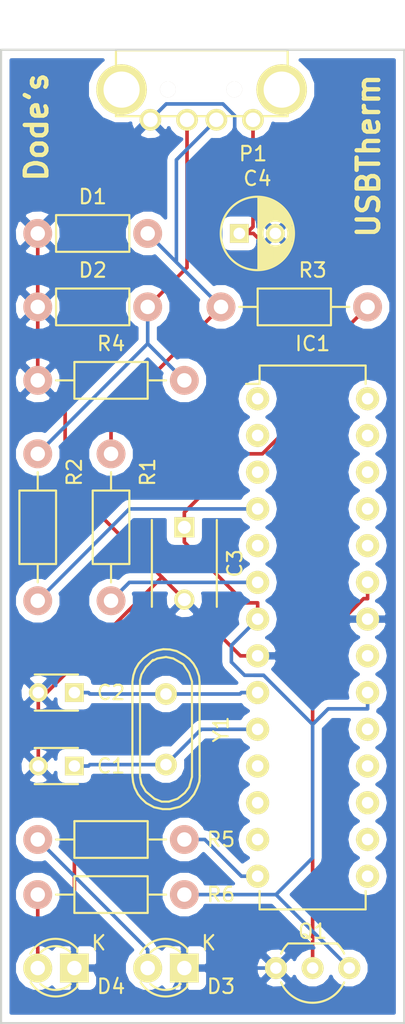
<source format=kicad_pcb>
(kicad_pcb (version 4) (host pcbnew 4.0.2+dfsg1-stable)

  (general
    (links 35)
    (no_connects 0)
    (area 129.464999 73.584999 157.555001 141.045001)
    (thickness 1.6)
    (drawings 6)
    (tracks 99)
    (zones 0)
    (modules 18)
    (nets 32)
  )

  (page A4)
  (title_block
    (title USBTherm)
    (date 2016-06-12)
    (rev 1)
    (company "Torsten Römer <dode@luniks.net> http://luniks.net")
    (comment 1 "License: GPL")
  )

  (layers
    (0 F.Cu signal)
    (31 B.Cu signal)
    (32 B.Adhes user)
    (33 F.Adhes user)
    (34 B.Paste user)
    (35 F.Paste user)
    (36 B.SilkS user)
    (37 F.SilkS user)
    (38 B.Mask user)
    (39 F.Mask user)
    (40 Dwgs.User user)
    (41 Cmts.User user)
    (42 Eco1.User user)
    (43 Eco2.User user)
    (44 Edge.Cuts user)
    (45 Margin user)
    (46 B.CrtYd user)
    (47 F.CrtYd user)
    (48 B.Fab user)
    (49 F.Fab user)
  )

  (setup
    (last_trace_width 0.25)
    (trace_clearance 0.2)
    (zone_clearance 0.508)
    (zone_45_only no)
    (trace_min 0.2)
    (segment_width 0.2)
    (edge_width 0.15)
    (via_size 0.6)
    (via_drill 0.4)
    (via_min_size 0.4)
    (via_min_drill 0.3)
    (uvia_size 0.3)
    (uvia_drill 0.1)
    (uvias_allowed no)
    (uvia_min_size 0.2)
    (uvia_min_drill 0.1)
    (pcb_text_width 0.3)
    (pcb_text_size 1.5 1.5)
    (mod_edge_width 0.15)
    (mod_text_size 1 1)
    (mod_text_width 0.15)
    (pad_size 1.524 1.524)
    (pad_drill 0.762)
    (pad_to_mask_clearance 0.2)
    (aux_axis_origin 0 0)
    (visible_elements FFFFFF7F)
    (pcbplotparams
      (layerselection 0x00030_80000001)
      (usegerberextensions false)
      (excludeedgelayer true)
      (linewidth 0.100000)
      (plotframeref false)
      (viasonmask false)
      (mode 1)
      (useauxorigin false)
      (hpglpennumber 1)
      (hpglpenspeed 20)
      (hpglpendiameter 15)
      (hpglpenoverlay 2)
      (psnegative false)
      (psa4output false)
      (plotreference true)
      (plotvalue true)
      (plotinvisibletext false)
      (padsonsilk false)
      (subtractmaskfromsilk false)
      (outputformat 1)
      (mirror false)
      (drillshape 1)
      (scaleselection 1)
      (outputdirectory ""))
  )

  (net 0 "")
  (net 1 "Net-(C1-Pad1)")
  (net 2 GND)
  (net 3 "Net-(C2-Pad1)")
  (net 4 "Net-(C3-Pad1)")
  (net 5 "Net-(D1-Pad1)")
  (net 6 "Net-(D2-Pad1)")
  (net 7 "Net-(D3-Pad2)")
  (net 8 "Net-(D4-Pad2)")
  (net 9 "Net-(IC1-Pad1)")
  (net 10 "Net-(IC1-Pad2)")
  (net 11 "Net-(IC1-Pad3)")
  (net 12 "Net-(IC1-Pad4)")
  (net 13 "Net-(IC1-Pad5)")
  (net 14 "Net-(IC1-Pad6)")
  (net 15 "Net-(IC1-Pad11)")
  (net 16 "Net-(IC1-Pad12)")
  (net 17 "Net-(IC1-Pad13)")
  (net 18 "Net-(IC1-Pad14)")
  (net 19 "Net-(IC1-Pad15)")
  (net 20 "Net-(IC1-Pad16)")
  (net 21 "Net-(IC1-Pad17)")
  (net 22 "Net-(IC1-Pad18)")
  (net 23 "Net-(IC1-Pad19)")
  (net 24 "Net-(IC1-Pad21)")
  (net 25 "Net-(IC1-Pad23)")
  (net 26 "Net-(IC1-Pad24)")
  (net 27 "Net-(IC1-Pad25)")
  (net 28 "Net-(IC1-Pad26)")
  (net 29 "Net-(IC1-Pad27)")
  (net 30 "Net-(IC1-Pad28)")
  (net 31 "Net-(P1-Pad5)")

  (net_class Default "This is the default net class."
    (clearance 0.2)
    (trace_width 0.25)
    (via_dia 0.6)
    (via_drill 0.4)
    (uvia_dia 0.3)
    (uvia_drill 0.1)
    (add_net GND)
    (add_net "Net-(C1-Pad1)")
    (add_net "Net-(C2-Pad1)")
    (add_net "Net-(C3-Pad1)")
    (add_net "Net-(D1-Pad1)")
    (add_net "Net-(D2-Pad1)")
    (add_net "Net-(D3-Pad2)")
    (add_net "Net-(D4-Pad2)")
    (add_net "Net-(IC1-Pad1)")
    (add_net "Net-(IC1-Pad11)")
    (add_net "Net-(IC1-Pad12)")
    (add_net "Net-(IC1-Pad13)")
    (add_net "Net-(IC1-Pad14)")
    (add_net "Net-(IC1-Pad15)")
    (add_net "Net-(IC1-Pad16)")
    (add_net "Net-(IC1-Pad17)")
    (add_net "Net-(IC1-Pad18)")
    (add_net "Net-(IC1-Pad19)")
    (add_net "Net-(IC1-Pad2)")
    (add_net "Net-(IC1-Pad21)")
    (add_net "Net-(IC1-Pad23)")
    (add_net "Net-(IC1-Pad24)")
    (add_net "Net-(IC1-Pad25)")
    (add_net "Net-(IC1-Pad26)")
    (add_net "Net-(IC1-Pad27)")
    (add_net "Net-(IC1-Pad28)")
    (add_net "Net-(IC1-Pad3)")
    (add_net "Net-(IC1-Pad4)")
    (add_net "Net-(IC1-Pad5)")
    (add_net "Net-(IC1-Pad6)")
    (add_net "Net-(P1-Pad5)")
  )

  (module Capacitors_ThroughHole:C_Disc_D3_P2.5 (layer F.Cu) (tedit 575CB5FC) (tstamp 575CA59A)
    (at 134.62 123.19 180)
    (descr "Capacitor 3mm Disc, Pitch 2.5mm")
    (tags Capacitor)
    (path /575C7E6D)
    (fp_text reference C1 (at -2.54 0 180) (layer F.SilkS)
      (effects (font (size 1 1) (thickness 0.15)))
    )
    (fp_text value 22pF (at 1.25 2.5 180) (layer F.Fab)
      (effects (font (size 1 1) (thickness 0.15)))
    )
    (fp_line (start -0.9 -1.5) (end 3.4 -1.5) (layer F.CrtYd) (width 0.05))
    (fp_line (start 3.4 -1.5) (end 3.4 1.5) (layer F.CrtYd) (width 0.05))
    (fp_line (start 3.4 1.5) (end -0.9 1.5) (layer F.CrtYd) (width 0.05))
    (fp_line (start -0.9 1.5) (end -0.9 -1.5) (layer F.CrtYd) (width 0.05))
    (fp_line (start -0.25 -1.25) (end 2.75 -1.25) (layer F.SilkS) (width 0.15))
    (fp_line (start 2.75 1.25) (end -0.25 1.25) (layer F.SilkS) (width 0.15))
    (pad 1 thru_hole rect (at 0 0 180) (size 1.3 1.3) (drill 0.8) (layers *.Cu *.Mask F.SilkS)
      (net 1 "Net-(C1-Pad1)"))
    (pad 2 thru_hole circle (at 2.5 0 180) (size 1.3 1.3) (drill 0.8001) (layers *.Cu *.Mask F.SilkS)
      (net 2 GND))
    (model Capacitors_ThroughHole.3dshapes/C_Disc_D3_P2.5.wrl
      (at (xyz 0.0492126 0 0))
      (scale (xyz 1 1 1))
      (rotate (xyz 0 0 0))
    )
  )

  (module Capacitors_ThroughHole:C_Disc_D3_P2.5 (layer F.Cu) (tedit 575CB5F5) (tstamp 575CA5A0)
    (at 134.62 118.11 180)
    (descr "Capacitor 3mm Disc, Pitch 2.5mm")
    (tags Capacitor)
    (path /575C7D38)
    (fp_text reference C2 (at -2.54 0 180) (layer F.SilkS)
      (effects (font (size 1 1) (thickness 0.15)))
    )
    (fp_text value 22pF (at 1.25 2.5 180) (layer F.Fab)
      (effects (font (size 1 1) (thickness 0.15)))
    )
    (fp_line (start -0.9 -1.5) (end 3.4 -1.5) (layer F.CrtYd) (width 0.05))
    (fp_line (start 3.4 -1.5) (end 3.4 1.5) (layer F.CrtYd) (width 0.05))
    (fp_line (start 3.4 1.5) (end -0.9 1.5) (layer F.CrtYd) (width 0.05))
    (fp_line (start -0.9 1.5) (end -0.9 -1.5) (layer F.CrtYd) (width 0.05))
    (fp_line (start -0.25 -1.25) (end 2.75 -1.25) (layer F.SilkS) (width 0.15))
    (fp_line (start 2.75 1.25) (end -0.25 1.25) (layer F.SilkS) (width 0.15))
    (pad 1 thru_hole rect (at 0 0 180) (size 1.3 1.3) (drill 0.8) (layers *.Cu *.Mask F.SilkS)
      (net 3 "Net-(C2-Pad1)"))
    (pad 2 thru_hole circle (at 2.5 0 180) (size 1.3 1.3) (drill 0.8001) (layers *.Cu *.Mask F.SilkS)
      (net 2 GND))
    (model Capacitors_ThroughHole.3dshapes/C_Disc_D3_P2.5.wrl
      (at (xyz 0.0492126 0 0))
      (scale (xyz 1 1 1))
      (rotate (xyz 0 0 0))
    )
  )

  (module Capacitors_ThroughHole:C_Disc_D6_P5 (layer F.Cu) (tedit 575CB5D1) (tstamp 575CA5AC)
    (at 142.24 106.68 270)
    (descr "Capacitor 6mm Disc, Pitch 5mm")
    (tags Capacitor)
    (path /575C8D23)
    (fp_text reference C3 (at 2.5 -3.5 270) (layer F.SilkS)
      (effects (font (size 1 1) (thickness 0.15)))
    )
    (fp_text value 100nF (at 2.54 1.27 270) (layer F.Fab)
      (effects (font (size 1 1) (thickness 0.15)))
    )
    (fp_line (start -0.95 -2.5) (end 5.95 -2.5) (layer F.CrtYd) (width 0.05))
    (fp_line (start 5.95 -2.5) (end 5.95 2.5) (layer F.CrtYd) (width 0.05))
    (fp_line (start 5.95 2.5) (end -0.95 2.5) (layer F.CrtYd) (width 0.05))
    (fp_line (start -0.95 2.5) (end -0.95 -2.5) (layer F.CrtYd) (width 0.05))
    (fp_line (start -0.5 -2.25) (end 5.5 -2.25) (layer F.SilkS) (width 0.15))
    (fp_line (start 5.5 2.25) (end -0.5 2.25) (layer F.SilkS) (width 0.15))
    (pad 1 thru_hole rect (at 0 0 270) (size 1.4 1.4) (drill 0.9) (layers *.Cu *.Mask F.SilkS)
      (net 4 "Net-(C3-Pad1)"))
    (pad 2 thru_hole circle (at 5 0 270) (size 1.4 1.4) (drill 0.9) (layers *.Cu *.Mask F.SilkS)
      (net 2 GND))
    (model Capacitors_ThroughHole.3dshapes/C_Disc_D6_P5.wrl
      (at (xyz 0.098425 0 0))
      (scale (xyz 1 1 1))
      (rotate (xyz 0 0 0))
    )
  )

  (module Capacitors_ThroughHole:C_Radial_D5_L6_P2.5 (layer F.Cu) (tedit 575CB56E) (tstamp 575CA5B2)
    (at 146.05 86.36)
    (descr "Radial Electrolytic Capacitor Diameter 5mm x Length 6mm, Pitch 2.5mm")
    (tags "Electrolytic Capacitor")
    (path /575CA3DE)
    (fp_text reference C4 (at 1.25 -3.8) (layer F.SilkS)
      (effects (font (size 1 1) (thickness 0.15)))
    )
    (fp_text value 10uF (at 5.08 -3.81) (layer F.Fab)
      (effects (font (size 1 1) (thickness 0.15)))
    )
    (fp_line (start 1.325 -2.499) (end 1.325 2.499) (layer F.SilkS) (width 0.15))
    (fp_line (start 1.465 -2.491) (end 1.465 2.491) (layer F.SilkS) (width 0.15))
    (fp_line (start 1.605 -2.475) (end 1.605 -0.095) (layer F.SilkS) (width 0.15))
    (fp_line (start 1.605 0.095) (end 1.605 2.475) (layer F.SilkS) (width 0.15))
    (fp_line (start 1.745 -2.451) (end 1.745 -0.49) (layer F.SilkS) (width 0.15))
    (fp_line (start 1.745 0.49) (end 1.745 2.451) (layer F.SilkS) (width 0.15))
    (fp_line (start 1.885 -2.418) (end 1.885 -0.657) (layer F.SilkS) (width 0.15))
    (fp_line (start 1.885 0.657) (end 1.885 2.418) (layer F.SilkS) (width 0.15))
    (fp_line (start 2.025 -2.377) (end 2.025 -0.764) (layer F.SilkS) (width 0.15))
    (fp_line (start 2.025 0.764) (end 2.025 2.377) (layer F.SilkS) (width 0.15))
    (fp_line (start 2.165 -2.327) (end 2.165 -0.835) (layer F.SilkS) (width 0.15))
    (fp_line (start 2.165 0.835) (end 2.165 2.327) (layer F.SilkS) (width 0.15))
    (fp_line (start 2.305 -2.266) (end 2.305 -0.879) (layer F.SilkS) (width 0.15))
    (fp_line (start 2.305 0.879) (end 2.305 2.266) (layer F.SilkS) (width 0.15))
    (fp_line (start 2.445 -2.196) (end 2.445 -0.898) (layer F.SilkS) (width 0.15))
    (fp_line (start 2.445 0.898) (end 2.445 2.196) (layer F.SilkS) (width 0.15))
    (fp_line (start 2.585 -2.114) (end 2.585 -0.896) (layer F.SilkS) (width 0.15))
    (fp_line (start 2.585 0.896) (end 2.585 2.114) (layer F.SilkS) (width 0.15))
    (fp_line (start 2.725 -2.019) (end 2.725 -0.871) (layer F.SilkS) (width 0.15))
    (fp_line (start 2.725 0.871) (end 2.725 2.019) (layer F.SilkS) (width 0.15))
    (fp_line (start 2.865 -1.908) (end 2.865 -0.823) (layer F.SilkS) (width 0.15))
    (fp_line (start 2.865 0.823) (end 2.865 1.908) (layer F.SilkS) (width 0.15))
    (fp_line (start 3.005 -1.78) (end 3.005 -0.745) (layer F.SilkS) (width 0.15))
    (fp_line (start 3.005 0.745) (end 3.005 1.78) (layer F.SilkS) (width 0.15))
    (fp_line (start 3.145 -1.631) (end 3.145 -0.628) (layer F.SilkS) (width 0.15))
    (fp_line (start 3.145 0.628) (end 3.145 1.631) (layer F.SilkS) (width 0.15))
    (fp_line (start 3.285 -1.452) (end 3.285 -0.44) (layer F.SilkS) (width 0.15))
    (fp_line (start 3.285 0.44) (end 3.285 1.452) (layer F.SilkS) (width 0.15))
    (fp_line (start 3.425 -1.233) (end 3.425 1.233) (layer F.SilkS) (width 0.15))
    (fp_line (start 3.565 -0.944) (end 3.565 0.944) (layer F.SilkS) (width 0.15))
    (fp_line (start 3.705 -0.472) (end 3.705 0.472) (layer F.SilkS) (width 0.15))
    (fp_circle (center 2.5 0) (end 2.5 -0.9) (layer F.SilkS) (width 0.15))
    (fp_circle (center 1.25 0) (end 1.25 -2.5375) (layer F.SilkS) (width 0.15))
    (fp_circle (center 1.25 0) (end 1.25 -2.8) (layer F.CrtYd) (width 0.05))
    (pad 1 thru_hole rect (at 0 0) (size 1.3 1.3) (drill 0.8) (layers *.Cu *.Mask F.SilkS)
      (net 4 "Net-(C3-Pad1)"))
    (pad 2 thru_hole circle (at 2.5 0) (size 1.3 1.3) (drill 0.8) (layers *.Cu *.Mask F.SilkS)
      (net 2 GND))
    (model Capacitors_ThroughHole.3dshapes/C_Radial_D5_L6_P2.5.wrl
      (at (xyz 0.049213 0 0))
      (scale (xyz 1 1 1))
      (rotate (xyz 0 0 90))
    )
  )

  (module Resistors_ThroughHole:Resistor_Horizontal_RM7mm (layer F.Cu) (tedit 575CB516) (tstamp 575CA5B8)
    (at 139.7 86.36 180)
    (descr "Resistor, Axial,  RM 7.62mm, 1/3W,")
    (tags "Resistor Axial RM 7.62mm 1/3W R3")
    (path /575C87D2)
    (fp_text reference D1 (at 3.81 2.54 180) (layer F.SilkS)
      (effects (font (size 1 1) (thickness 0.15)))
    )
    (fp_text value 3.6V (at 3.81 0 180) (layer F.Fab)
      (effects (font (size 1 1) (thickness 0.15)))
    )
    (fp_line (start -1.25 -1.5) (end 8.85 -1.5) (layer F.CrtYd) (width 0.05))
    (fp_line (start -1.25 1.5) (end -1.25 -1.5) (layer F.CrtYd) (width 0.05))
    (fp_line (start 8.85 -1.5) (end 8.85 1.5) (layer F.CrtYd) (width 0.05))
    (fp_line (start -1.25 1.5) (end 8.85 1.5) (layer F.CrtYd) (width 0.05))
    (fp_line (start 1.27 -1.27) (end 6.35 -1.27) (layer F.SilkS) (width 0.15))
    (fp_line (start 6.35 -1.27) (end 6.35 1.27) (layer F.SilkS) (width 0.15))
    (fp_line (start 6.35 1.27) (end 1.27 1.27) (layer F.SilkS) (width 0.15))
    (fp_line (start 1.27 1.27) (end 1.27 -1.27) (layer F.SilkS) (width 0.15))
    (pad 1 thru_hole circle (at 0 0 180) (size 1.99898 1.99898) (drill 1.00076) (layers *.Cu *.SilkS *.Mask)
      (net 5 "Net-(D1-Pad1)"))
    (pad 2 thru_hole circle (at 7.62 0 180) (size 1.99898 1.99898) (drill 1.00076) (layers *.Cu *.SilkS *.Mask)
      (net 2 GND))
  )

  (module Resistors_ThroughHole:Resistor_Horizontal_RM7mm (layer F.Cu) (tedit 575CB524) (tstamp 575CA5BE)
    (at 139.7 91.44 180)
    (descr "Resistor, Axial,  RM 7.62mm, 1/3W,")
    (tags "Resistor Axial RM 7.62mm 1/3W R3")
    (path /575C88C0)
    (fp_text reference D2 (at 3.81 2.54 180) (layer F.SilkS)
      (effects (font (size 1 1) (thickness 0.15)))
    )
    (fp_text value 3.6V (at 3.81 0 180) (layer F.Fab)
      (effects (font (size 1 1) (thickness 0.15)))
    )
    (fp_line (start -1.25 -1.5) (end 8.85 -1.5) (layer F.CrtYd) (width 0.05))
    (fp_line (start -1.25 1.5) (end -1.25 -1.5) (layer F.CrtYd) (width 0.05))
    (fp_line (start 8.85 -1.5) (end 8.85 1.5) (layer F.CrtYd) (width 0.05))
    (fp_line (start -1.25 1.5) (end 8.85 1.5) (layer F.CrtYd) (width 0.05))
    (fp_line (start 1.27 -1.27) (end 6.35 -1.27) (layer F.SilkS) (width 0.15))
    (fp_line (start 6.35 -1.27) (end 6.35 1.27) (layer F.SilkS) (width 0.15))
    (fp_line (start 6.35 1.27) (end 1.27 1.27) (layer F.SilkS) (width 0.15))
    (fp_line (start 1.27 1.27) (end 1.27 -1.27) (layer F.SilkS) (width 0.15))
    (pad 1 thru_hole circle (at 0 0 180) (size 1.99898 1.99898) (drill 1.00076) (layers *.Cu *.SilkS *.Mask)
      (net 6 "Net-(D2-Pad1)"))
    (pad 2 thru_hole circle (at 7.62 0 180) (size 1.99898 1.99898) (drill 1.00076) (layers *.Cu *.SilkS *.Mask)
      (net 2 GND))
  )

  (module LEDs:LED-3MM (layer F.Cu) (tedit 575CB652) (tstamp 575CA5C4)
    (at 142.24 137.16 180)
    (descr "LED 3mm round vertical")
    (tags "LED  3mm round vertical")
    (path /575CBE8D)
    (fp_text reference D3 (at -2.54 -1.27 180) (layer F.SilkS)
      (effects (font (size 1 1) (thickness 0.15)))
    )
    (fp_text value Blue (at 1.3 -2.9 180) (layer F.Fab)
      (effects (font (size 1 1) (thickness 0.15)))
    )
    (fp_line (start -1.2 2.3) (end 3.8 2.3) (layer F.CrtYd) (width 0.05))
    (fp_line (start 3.8 2.3) (end 3.8 -2.2) (layer F.CrtYd) (width 0.05))
    (fp_line (start 3.8 -2.2) (end -1.2 -2.2) (layer F.CrtYd) (width 0.05))
    (fp_line (start -1.2 -2.2) (end -1.2 2.3) (layer F.CrtYd) (width 0.05))
    (fp_line (start -0.199 1.314) (end -0.199 1.114) (layer F.SilkS) (width 0.15))
    (fp_line (start -0.199 -1.28) (end -0.199 -1.1) (layer F.SilkS) (width 0.15))
    (fp_arc (start 1.301 0.034) (end -0.199 -1.286) (angle 108.5) (layer F.SilkS) (width 0.15))
    (fp_arc (start 1.301 0.034) (end 0.25 -1.1) (angle 85.7) (layer F.SilkS) (width 0.15))
    (fp_arc (start 1.311 0.034) (end 3.051 0.994) (angle 110) (layer F.SilkS) (width 0.15))
    (fp_arc (start 1.301 0.034) (end 2.335 1.094) (angle 87.5) (layer F.SilkS) (width 0.15))
    (fp_text user K (at -1.69 1.74 180) (layer F.SilkS)
      (effects (font (size 1 1) (thickness 0.15)))
    )
    (pad 1 thru_hole rect (at 0 0 270) (size 2 2) (drill 1.00076) (layers *.Cu *.Mask F.SilkS)
      (net 2 GND))
    (pad 2 thru_hole circle (at 2.54 0 180) (size 2 2) (drill 1.00076) (layers *.Cu *.Mask F.SilkS)
      (net 7 "Net-(D3-Pad2)"))
    (model LEDs.3dshapes/LED-3MM.wrl
      (at (xyz 0.05 0 0))
      (scale (xyz 1 1 1))
      (rotate (xyz 0 0 90))
    )
  )

  (module LEDs:LED-3MM (layer F.Cu) (tedit 575CB64C) (tstamp 575CA5CA)
    (at 134.62 137.16 180)
    (descr "LED 3mm round vertical")
    (tags "LED  3mm round vertical")
    (path /575CD99F)
    (fp_text reference D4 (at -2.54 -1.27 180) (layer F.SilkS)
      (effects (font (size 1 1) (thickness 0.15)))
    )
    (fp_text value Red (at 1.3 -2.9 180) (layer F.Fab)
      (effects (font (size 1 1) (thickness 0.15)))
    )
    (fp_line (start -1.2 2.3) (end 3.8 2.3) (layer F.CrtYd) (width 0.05))
    (fp_line (start 3.8 2.3) (end 3.8 -2.2) (layer F.CrtYd) (width 0.05))
    (fp_line (start 3.8 -2.2) (end -1.2 -2.2) (layer F.CrtYd) (width 0.05))
    (fp_line (start -1.2 -2.2) (end -1.2 2.3) (layer F.CrtYd) (width 0.05))
    (fp_line (start -0.199 1.314) (end -0.199 1.114) (layer F.SilkS) (width 0.15))
    (fp_line (start -0.199 -1.28) (end -0.199 -1.1) (layer F.SilkS) (width 0.15))
    (fp_arc (start 1.301 0.034) (end -0.199 -1.286) (angle 108.5) (layer F.SilkS) (width 0.15))
    (fp_arc (start 1.301 0.034) (end 0.25 -1.1) (angle 85.7) (layer F.SilkS) (width 0.15))
    (fp_arc (start 1.311 0.034) (end 3.051 0.994) (angle 110) (layer F.SilkS) (width 0.15))
    (fp_arc (start 1.301 0.034) (end 2.335 1.094) (angle 87.5) (layer F.SilkS) (width 0.15))
    (fp_text user K (at -1.69 1.74 180) (layer F.SilkS)
      (effects (font (size 1 1) (thickness 0.15)))
    )
    (pad 1 thru_hole rect (at 0 0 270) (size 2 2) (drill 1.00076) (layers *.Cu *.Mask F.SilkS)
      (net 2 GND))
    (pad 2 thru_hole circle (at 2.54 0 180) (size 2 2) (drill 1.00076) (layers *.Cu *.Mask F.SilkS)
      (net 8 "Net-(D4-Pad2)"))
    (model LEDs.3dshapes/LED-3MM.wrl
      (at (xyz 0.05 0 0))
      (scale (xyz 1 1 1))
      (rotate (xyz 0 0 90))
    )
  )

  (module Housings_DIP:DIP-28_W7.62mm (layer F.Cu) (tedit 575F28C5) (tstamp 575CA5EA)
    (at 147.32 97.79)
    (descr "28-lead dip package, row spacing 7.62 mm (300 mils)")
    (tags "dil dip 2.54 300")
    (path /575C5CE7)
    (fp_text reference IC1 (at 3.81 -3.81) (layer F.SilkS)
      (effects (font (size 1 1) (thickness 0.15)))
    )
    (fp_text value ATMEGA328-P (at 3.81 5.08 90) (layer F.Fab)
      (effects (font (size 1 1) (thickness 0.15)))
    )
    (fp_line (start -1.05 -2.45) (end -1.05 35.5) (layer F.CrtYd) (width 0.05))
    (fp_line (start 8.65 -2.45) (end 8.65 35.5) (layer F.CrtYd) (width 0.05))
    (fp_line (start -1.05 -2.45) (end 8.65 -2.45) (layer F.CrtYd) (width 0.05))
    (fp_line (start -1.05 35.5) (end 8.65 35.5) (layer F.CrtYd) (width 0.05))
    (fp_line (start 0.135 -2.295) (end 0.135 -1.025) (layer F.SilkS) (width 0.15))
    (fp_line (start 7.485 -2.295) (end 7.485 -1.025) (layer F.SilkS) (width 0.15))
    (fp_line (start 7.485 35.315) (end 7.485 34.045) (layer F.SilkS) (width 0.15))
    (fp_line (start 0.135 35.315) (end 0.135 34.045) (layer F.SilkS) (width 0.15))
    (fp_line (start 0.135 -2.295) (end 7.485 -2.295) (layer F.SilkS) (width 0.15))
    (fp_line (start 0.135 35.315) (end 7.485 35.315) (layer F.SilkS) (width 0.15))
    (fp_line (start 0.135 -1.025) (end -0.8 -1.025) (layer F.SilkS) (width 0.15))
    (pad 1 thru_hole oval (at 0 0) (size 1.6 1.6) (drill 0.8) (layers *.Cu *.Mask F.SilkS)
      (net 9 "Net-(IC1-Pad1)"))
    (pad 2 thru_hole oval (at 0 2.54) (size 1.6 1.6) (drill 0.8) (layers *.Cu *.Mask F.SilkS)
      (net 10 "Net-(IC1-Pad2)"))
    (pad 3 thru_hole oval (at 0 5.08) (size 1.6 1.6) (drill 0.8) (layers *.Cu *.Mask F.SilkS)
      (net 11 "Net-(IC1-Pad3)"))
    (pad 4 thru_hole oval (at 0 7.62) (size 1.6 1.6) (drill 0.8) (layers *.Cu *.Mask F.SilkS)
      (net 12 "Net-(IC1-Pad4)"))
    (pad 5 thru_hole oval (at 0 10.16) (size 1.6 1.6) (drill 0.8) (layers *.Cu *.Mask F.SilkS)
      (net 13 "Net-(IC1-Pad5)"))
    (pad 6 thru_hole oval (at 0 12.7) (size 1.6 1.6) (drill 0.8) (layers *.Cu *.Mask F.SilkS)
      (net 14 "Net-(IC1-Pad6)"))
    (pad 7 thru_hole oval (at 0 15.24) (size 1.6 1.6) (drill 0.8) (layers *.Cu *.Mask F.SilkS)
      (net 4 "Net-(C3-Pad1)"))
    (pad 8 thru_hole oval (at 0 17.78) (size 1.6 1.6) (drill 0.8) (layers *.Cu *.Mask F.SilkS)
      (net 2 GND))
    (pad 9 thru_hole oval (at 0 20.32) (size 1.6 1.6) (drill 0.8) (layers *.Cu *.Mask F.SilkS)
      (net 3 "Net-(C2-Pad1)"))
    (pad 10 thru_hole oval (at 0 22.86) (size 1.6 1.6) (drill 0.8) (layers *.Cu *.Mask F.SilkS)
      (net 1 "Net-(C1-Pad1)"))
    (pad 11 thru_hole oval (at 0 25.4) (size 1.6 1.6) (drill 0.8) (layers *.Cu *.Mask F.SilkS)
      (net 15 "Net-(IC1-Pad11)"))
    (pad 12 thru_hole oval (at 0 27.94) (size 1.6 1.6) (drill 0.8) (layers *.Cu *.Mask F.SilkS)
      (net 16 "Net-(IC1-Pad12)"))
    (pad 13 thru_hole oval (at 0 30.48) (size 1.6 1.6) (drill 0.8) (layers *.Cu *.Mask F.SilkS)
      (net 17 "Net-(IC1-Pad13)"))
    (pad 14 thru_hole oval (at 0 33.02) (size 1.6 1.6) (drill 0.8) (layers *.Cu *.Mask F.SilkS)
      (net 18 "Net-(IC1-Pad14)"))
    (pad 15 thru_hole oval (at 7.62 33.02) (size 1.6 1.6) (drill 0.8) (layers *.Cu *.Mask F.SilkS)
      (net 19 "Net-(IC1-Pad15)"))
    (pad 16 thru_hole oval (at 7.62 30.48) (size 1.6 1.6) (drill 0.8) (layers *.Cu *.Mask F.SilkS)
      (net 20 "Net-(IC1-Pad16)"))
    (pad 17 thru_hole oval (at 7.62 27.94) (size 1.6 1.6) (drill 0.8) (layers *.Cu *.Mask F.SilkS)
      (net 21 "Net-(IC1-Pad17)"))
    (pad 18 thru_hole oval (at 7.62 25.4) (size 1.6 1.6) (drill 0.8) (layers *.Cu *.Mask F.SilkS)
      (net 22 "Net-(IC1-Pad18)"))
    (pad 19 thru_hole oval (at 7.62 22.86) (size 1.6 1.6) (drill 0.8) (layers *.Cu *.Mask F.SilkS)
      (net 23 "Net-(IC1-Pad19)"))
    (pad 20 thru_hole oval (at 7.62 20.32) (size 1.6 1.6) (drill 0.8) (layers *.Cu *.Mask F.SilkS)
      (net 4 "Net-(C3-Pad1)"))
    (pad 21 thru_hole oval (at 7.62 17.78) (size 1.6 1.6) (drill 0.8) (layers *.Cu *.Mask F.SilkS)
      (net 24 "Net-(IC1-Pad21)"))
    (pad 22 thru_hole oval (at 7.62 15.24) (size 1.6 1.6) (drill 0.8) (layers *.Cu *.Mask F.SilkS)
      (net 2 GND))
    (pad 23 thru_hole oval (at 7.62 12.7) (size 1.6 1.6) (drill 0.8) (layers *.Cu *.Mask F.SilkS)
      (net 25 "Net-(IC1-Pad23)"))
    (pad 24 thru_hole oval (at 7.62 10.16) (size 1.6 1.6) (drill 0.8) (layers *.Cu *.Mask F.SilkS)
      (net 26 "Net-(IC1-Pad24)"))
    (pad 25 thru_hole oval (at 7.62 7.62) (size 1.6 1.6) (drill 0.8) (layers *.Cu *.Mask F.SilkS)
      (net 27 "Net-(IC1-Pad25)"))
    (pad 26 thru_hole oval (at 7.62 5.08) (size 1.6 1.6) (drill 0.8) (layers *.Cu *.Mask F.SilkS)
      (net 28 "Net-(IC1-Pad26)"))
    (pad 27 thru_hole oval (at 7.62 2.54) (size 1.6 1.6) (drill 0.8) (layers *.Cu *.Mask F.SilkS)
      (net 29 "Net-(IC1-Pad27)"))
    (pad 28 thru_hole oval (at 7.62 0) (size 1.6 1.6) (drill 0.8) (layers *.Cu *.Mask F.SilkS)
      (net 30 "Net-(IC1-Pad28)"))
    (model Housings_DIP.3dshapes/DIP-28_W7.62mm.wrl
      (at (xyz 0 0 0))
      (scale (xyz 1 1 1))
      (rotate (xyz 0 0 0))
    )
  )

  (module TO_SOT_Packages_THT:TO-92_Inline_Wide (layer F.Cu) (tedit 575F28A7) (tstamp 575CA5FB)
    (at 153.67 137.16 180)
    (descr "TO-92 leads in-line, wide, drill 0.8mm (see NXP sot054_po.pdf)")
    (tags "to-92 sc-43 sc-43a sot54 PA33 transistor")
    (path /575CAF75)
    (fp_text reference Q1 (at 2.54 2.54 360) (layer F.SilkS)
      (effects (font (size 1 1) (thickness 0.15)))
    )
    (fp_text value TMP36 (at 2.54 -2.54 180) (layer F.Fab)
      (effects (font (size 1 1) (thickness 0.15)))
    )
    (fp_arc (start 2.54 0) (end 0.84 1.7) (angle 20.5) (layer F.SilkS) (width 0.15))
    (fp_arc (start 2.54 0) (end 4.24 1.7) (angle -20.5) (layer F.SilkS) (width 0.15))
    (fp_line (start -1 1.95) (end -1 -2.65) (layer F.CrtYd) (width 0.05))
    (fp_line (start -1 1.95) (end 6.1 1.95) (layer F.CrtYd) (width 0.05))
    (fp_line (start 0.84 1.7) (end 4.24 1.7) (layer F.SilkS) (width 0.15))
    (fp_arc (start 2.54 0) (end 2.54 -2.4) (angle -65.55604127) (layer F.SilkS) (width 0.15))
    (fp_arc (start 2.54 0) (end 2.54 -2.4) (angle 65.55604127) (layer F.SilkS) (width 0.15))
    (fp_line (start -1 -2.65) (end 6.1 -2.65) (layer F.CrtYd) (width 0.05))
    (fp_line (start 6.1 1.95) (end 6.1 -2.65) (layer F.CrtYd) (width 0.05))
    (pad 2 thru_hole circle (at 2.54 0 270) (size 1.524 1.524) (drill 0.8) (layers *.Cu *.Mask F.SilkS)
      (net 25 "Net-(IC1-Pad23)"))
    (pad 3 thru_hole circle (at 5.08 0 270) (size 1.524 1.524) (drill 0.8) (layers *.Cu *.Mask F.SilkS)
      (net 2 GND))
    (pad 1 thru_hole circle (at 0 0 270) (size 1.524 1.524) (drill 0.8) (layers *.Cu *.Mask F.SilkS)
      (net 4 "Net-(C3-Pad1)"))
    (model TO_SOT_Packages_THT.3dshapes/TO-92_Inline_Wide.wrl
      (at (xyz 0.1 0 0))
      (scale (xyz 1 1 1))
      (rotate (xyz 0 0 -90))
    )
  )

  (module Resistors_ThroughHole:Resistor_Horizontal_RM10mm (layer F.Cu) (tedit 575CB5CB) (tstamp 575CA601)
    (at 137.16 101.6 270)
    (descr "Resistor, Axial,  RM 10mm, 1/3W")
    (tags "Resistor Axial RM 10mm 1/3W")
    (path /575C83A0)
    (fp_text reference R1 (at 1.27 -2.54 270) (layer F.SilkS)
      (effects (font (size 1 1) (thickness 0.15)))
    )
    (fp_text value 68 (at 5.08 0 270) (layer F.Fab)
      (effects (font (size 1 1) (thickness 0.15)))
    )
    (fp_line (start -1.25 -1.5) (end 11.4 -1.5) (layer F.CrtYd) (width 0.05))
    (fp_line (start -1.25 1.5) (end -1.25 -1.5) (layer F.CrtYd) (width 0.05))
    (fp_line (start 11.4 -1.5) (end 11.4 1.5) (layer F.CrtYd) (width 0.05))
    (fp_line (start -1.25 1.5) (end 11.4 1.5) (layer F.CrtYd) (width 0.05))
    (fp_line (start 2.54 -1.27) (end 7.62 -1.27) (layer F.SilkS) (width 0.15))
    (fp_line (start 7.62 -1.27) (end 7.62 1.27) (layer F.SilkS) (width 0.15))
    (fp_line (start 7.62 1.27) (end 2.54 1.27) (layer F.SilkS) (width 0.15))
    (fp_line (start 2.54 1.27) (end 2.54 -1.27) (layer F.SilkS) (width 0.15))
    (fp_line (start 2.54 0) (end 1.27 0) (layer F.SilkS) (width 0.15))
    (fp_line (start 7.62 0) (end 8.89 0) (layer F.SilkS) (width 0.15))
    (pad 1 thru_hole circle (at 0 0 270) (size 1.99898 1.99898) (drill 1.00076) (layers *.Cu *.SilkS *.Mask)
      (net 5 "Net-(D1-Pad1)"))
    (pad 2 thru_hole circle (at 10.16 0 270) (size 1.99898 1.99898) (drill 1.00076) (layers *.Cu *.SilkS *.Mask)
      (net 14 "Net-(IC1-Pad6)"))
    (model Resistors_ThroughHole.3dshapes/Resistor_Horizontal_RM10mm.wrl
      (at (xyz 0.2 0 0))
      (scale (xyz 0.4 0.4 0.4))
      (rotate (xyz 0 0 0))
    )
  )

  (module Resistors_ThroughHole:Resistor_Horizontal_RM10mm (layer F.Cu) (tedit 575CB6FC) (tstamp 575CA607)
    (at 132.08 101.6 270)
    (descr "Resistor, Axial,  RM 10mm, 1/3W")
    (tags "Resistor Axial RM 10mm 1/3W")
    (path /575C85D0)
    (fp_text reference R2 (at 1.27 -2.54 270) (layer F.SilkS)
      (effects (font (size 1 1) (thickness 0.15)))
    )
    (fp_text value 68 (at 5.08 0 270) (layer F.Fab)
      (effects (font (size 1 1) (thickness 0.15)))
    )
    (fp_line (start -1.25 -1.5) (end 11.4 -1.5) (layer F.CrtYd) (width 0.05))
    (fp_line (start -1.25 1.5) (end -1.25 -1.5) (layer F.CrtYd) (width 0.05))
    (fp_line (start 11.4 -1.5) (end 11.4 1.5) (layer F.CrtYd) (width 0.05))
    (fp_line (start -1.25 1.5) (end 11.4 1.5) (layer F.CrtYd) (width 0.05))
    (fp_line (start 2.54 -1.27) (end 7.62 -1.27) (layer F.SilkS) (width 0.15))
    (fp_line (start 7.62 -1.27) (end 7.62 1.27) (layer F.SilkS) (width 0.15))
    (fp_line (start 7.62 1.27) (end 2.54 1.27) (layer F.SilkS) (width 0.15))
    (fp_line (start 2.54 1.27) (end 2.54 -1.27) (layer F.SilkS) (width 0.15))
    (fp_line (start 2.54 0) (end 1.27 0) (layer F.SilkS) (width 0.15))
    (fp_line (start 7.62 0) (end 8.89 0) (layer F.SilkS) (width 0.15))
    (pad 1 thru_hole circle (at 0 0 270) (size 1.99898 1.99898) (drill 1.00076) (layers *.Cu *.SilkS *.Mask)
      (net 6 "Net-(D2-Pad1)"))
    (pad 2 thru_hole circle (at 10.16 0 270) (size 1.99898 1.99898) (drill 1.00076) (layers *.Cu *.SilkS *.Mask)
      (net 12 "Net-(IC1-Pad4)"))
    (model Resistors_ThroughHole.3dshapes/Resistor_Horizontal_RM10mm.wrl
      (at (xyz 0.2 0 0))
      (scale (xyz 0.4 0.4 0.4))
      (rotate (xyz 0 0 0))
    )
  )

  (module Resistors_ThroughHole:Resistor_Horizontal_RM10mm (layer F.Cu) (tedit 575F28CF) (tstamp 575CA60D)
    (at 154.94 91.44 180)
    (descr "Resistor, Axial,  RM 10mm, 1/3W")
    (tags "Resistor Axial RM 10mm 1/3W")
    (path /575C983C)
    (fp_text reference R3 (at 3.81 2.54 180) (layer F.SilkS)
      (effects (font (size 1 1) (thickness 0.15)))
    )
    (fp_text value 1.5K (at 5.08 0 180) (layer F.Fab)
      (effects (font (size 1 1) (thickness 0.15)))
    )
    (fp_line (start -1.25 -1.5) (end 11.4 -1.5) (layer F.CrtYd) (width 0.05))
    (fp_line (start -1.25 1.5) (end -1.25 -1.5) (layer F.CrtYd) (width 0.05))
    (fp_line (start 11.4 -1.5) (end 11.4 1.5) (layer F.CrtYd) (width 0.05))
    (fp_line (start -1.25 1.5) (end 11.4 1.5) (layer F.CrtYd) (width 0.05))
    (fp_line (start 2.54 -1.27) (end 7.62 -1.27) (layer F.SilkS) (width 0.15))
    (fp_line (start 7.62 -1.27) (end 7.62 1.27) (layer F.SilkS) (width 0.15))
    (fp_line (start 7.62 1.27) (end 2.54 1.27) (layer F.SilkS) (width 0.15))
    (fp_line (start 2.54 1.27) (end 2.54 -1.27) (layer F.SilkS) (width 0.15))
    (fp_line (start 2.54 0) (end 1.27 0) (layer F.SilkS) (width 0.15))
    (fp_line (start 7.62 0) (end 8.89 0) (layer F.SilkS) (width 0.15))
    (pad 1 thru_hole circle (at 0 0 180) (size 1.99898 1.99898) (drill 1.00076) (layers *.Cu *.SilkS *.Mask)
      (net 4 "Net-(C3-Pad1)"))
    (pad 2 thru_hole circle (at 10.16 0 180) (size 1.99898 1.99898) (drill 1.00076) (layers *.Cu *.SilkS *.Mask)
      (net 5 "Net-(D1-Pad1)"))
    (model Resistors_ThroughHole.3dshapes/Resistor_Horizontal_RM10mm.wrl
      (at (xyz 0.2 0 0))
      (scale (xyz 0.4 0.4 0.4))
      (rotate (xyz 0 0 0))
    )
  )

  (module Resistors_ThroughHole:Resistor_Horizontal_RM10mm (layer F.Cu) (tedit 575CB54D) (tstamp 575CA613)
    (at 142.24 96.52 180)
    (descr "Resistor, Axial,  RM 10mm, 1/3W")
    (tags "Resistor Axial RM 10mm 1/3W")
    (path /575C9D6B)
    (fp_text reference R4 (at 5.08 2.54 180) (layer F.SilkS)
      (effects (font (size 1 1) (thickness 0.15)))
    )
    (fp_text value 1M (at 5.08 0 180) (layer F.Fab)
      (effects (font (size 1 1) (thickness 0.15)))
    )
    (fp_line (start -1.25 -1.5) (end 11.4 -1.5) (layer F.CrtYd) (width 0.05))
    (fp_line (start -1.25 1.5) (end -1.25 -1.5) (layer F.CrtYd) (width 0.05))
    (fp_line (start 11.4 -1.5) (end 11.4 1.5) (layer F.CrtYd) (width 0.05))
    (fp_line (start -1.25 1.5) (end 11.4 1.5) (layer F.CrtYd) (width 0.05))
    (fp_line (start 2.54 -1.27) (end 7.62 -1.27) (layer F.SilkS) (width 0.15))
    (fp_line (start 7.62 -1.27) (end 7.62 1.27) (layer F.SilkS) (width 0.15))
    (fp_line (start 7.62 1.27) (end 2.54 1.27) (layer F.SilkS) (width 0.15))
    (fp_line (start 2.54 1.27) (end 2.54 -1.27) (layer F.SilkS) (width 0.15))
    (fp_line (start 2.54 0) (end 1.27 0) (layer F.SilkS) (width 0.15))
    (fp_line (start 7.62 0) (end 8.89 0) (layer F.SilkS) (width 0.15))
    (pad 1 thru_hole circle (at 0 0 180) (size 1.99898 1.99898) (drill 1.00076) (layers *.Cu *.SilkS *.Mask)
      (net 6 "Net-(D2-Pad1)"))
    (pad 2 thru_hole circle (at 10.16 0 180) (size 1.99898 1.99898) (drill 1.00076) (layers *.Cu *.SilkS *.Mask)
      (net 2 GND))
    (model Resistors_ThroughHole.3dshapes/Resistor_Horizontal_RM10mm.wrl
      (at (xyz 0.2 0 0))
      (scale (xyz 0.4 0.4 0.4))
      (rotate (xyz 0 0 0))
    )
  )

  (module Resistors_ThroughHole:Resistor_Horizontal_RM10mm (layer F.Cu) (tedit 575CB604) (tstamp 575CA619)
    (at 132.08 128.27)
    (descr "Resistor, Axial,  RM 10mm, 1/3W")
    (tags "Resistor Axial RM 10mm 1/3W")
    (path /575CC0AC)
    (fp_text reference R5 (at 12.7 0) (layer F.SilkS)
      (effects (font (size 1 1) (thickness 0.15)))
    )
    (fp_text value 220 (at 5.08 3.81) (layer F.Fab)
      (effects (font (size 1 1) (thickness 0.15)))
    )
    (fp_line (start -1.25 -1.5) (end 11.4 -1.5) (layer F.CrtYd) (width 0.05))
    (fp_line (start -1.25 1.5) (end -1.25 -1.5) (layer F.CrtYd) (width 0.05))
    (fp_line (start 11.4 -1.5) (end 11.4 1.5) (layer F.CrtYd) (width 0.05))
    (fp_line (start -1.25 1.5) (end 11.4 1.5) (layer F.CrtYd) (width 0.05))
    (fp_line (start 2.54 -1.27) (end 7.62 -1.27) (layer F.SilkS) (width 0.15))
    (fp_line (start 7.62 -1.27) (end 7.62 1.27) (layer F.SilkS) (width 0.15))
    (fp_line (start 7.62 1.27) (end 2.54 1.27) (layer F.SilkS) (width 0.15))
    (fp_line (start 2.54 1.27) (end 2.54 -1.27) (layer F.SilkS) (width 0.15))
    (fp_line (start 2.54 0) (end 1.27 0) (layer F.SilkS) (width 0.15))
    (fp_line (start 7.62 0) (end 8.89 0) (layer F.SilkS) (width 0.15))
    (pad 1 thru_hole circle (at 0 0) (size 1.99898 1.99898) (drill 1.00076) (layers *.Cu *.SilkS *.Mask)
      (net 7 "Net-(D3-Pad2)"))
    (pad 2 thru_hole circle (at 10.16 0) (size 1.99898 1.99898) (drill 1.00076) (layers *.Cu *.SilkS *.Mask)
      (net 18 "Net-(IC1-Pad14)"))
    (model Resistors_ThroughHole.3dshapes/Resistor_Horizontal_RM10mm.wrl
      (at (xyz 0.2 0 0))
      (scale (xyz 0.4 0.4 0.4))
      (rotate (xyz 0 0 0))
    )
  )

  (module Resistors_ThroughHole:Resistor_Horizontal_RM10mm (layer F.Cu) (tedit 575CB60F) (tstamp 575CA61F)
    (at 142.24 132.08 180)
    (descr "Resistor, Axial,  RM 10mm, 1/3W")
    (tags "Resistor Axial RM 10mm 1/3W")
    (path /575CD2D6)
    (fp_text reference R6 (at -2.54 0 180) (layer F.SilkS)
      (effects (font (size 1 1) (thickness 0.15)))
    )
    (fp_text value 220 (at 5.08 3.81 180) (layer F.Fab)
      (effects (font (size 1 1) (thickness 0.15)))
    )
    (fp_line (start -1.25 -1.5) (end 11.4 -1.5) (layer F.CrtYd) (width 0.05))
    (fp_line (start -1.25 1.5) (end -1.25 -1.5) (layer F.CrtYd) (width 0.05))
    (fp_line (start 11.4 -1.5) (end 11.4 1.5) (layer F.CrtYd) (width 0.05))
    (fp_line (start -1.25 1.5) (end 11.4 1.5) (layer F.CrtYd) (width 0.05))
    (fp_line (start 2.54 -1.27) (end 7.62 -1.27) (layer F.SilkS) (width 0.15))
    (fp_line (start 7.62 -1.27) (end 7.62 1.27) (layer F.SilkS) (width 0.15))
    (fp_line (start 7.62 1.27) (end 2.54 1.27) (layer F.SilkS) (width 0.15))
    (fp_line (start 2.54 1.27) (end 2.54 -1.27) (layer F.SilkS) (width 0.15))
    (fp_line (start 2.54 0) (end 1.27 0) (layer F.SilkS) (width 0.15))
    (fp_line (start 7.62 0) (end 8.89 0) (layer F.SilkS) (width 0.15))
    (pad 1 thru_hole circle (at 0 0 180) (size 1.99898 1.99898) (drill 1.00076) (layers *.Cu *.SilkS *.Mask)
      (net 4 "Net-(C3-Pad1)"))
    (pad 2 thru_hole circle (at 10.16 0 180) (size 1.99898 1.99898) (drill 1.00076) (layers *.Cu *.SilkS *.Mask)
      (net 8 "Net-(D4-Pad2)"))
    (model Resistors_ThroughHole.3dshapes/Resistor_Horizontal_RM10mm.wrl
      (at (xyz 0.2 0 0))
      (scale (xyz 0.4 0.4 0.4))
      (rotate (xyz 0 0 0))
    )
  )

  (module Crystals:Crystal_HC49-U_Vertical (layer F.Cu) (tedit 575F2831) (tstamp 575CA625)
    (at 140.97 120.65 90)
    (descr "Crystal, Quarz, HC49/U, vertical, stehend,")
    (tags "Crystal, Quarz, HC49/U, vertical, stehend,")
    (path /575C7C1B)
    (fp_text reference Y1 (at 0 3.81 90) (layer F.SilkS)
      (effects (font (size 1 1) (thickness 0.15)))
    )
    (fp_text value "12 MHz" (at 0 0 90) (layer F.Fab)
      (effects (font (size 1 1) (thickness 0.15)))
    )
    (fp_line (start 4.699 -1.00076) (end 4.89966 -0.59944) (layer F.SilkS) (width 0.15))
    (fp_line (start 4.89966 -0.59944) (end 5.00126 0) (layer F.SilkS) (width 0.15))
    (fp_line (start 5.00126 0) (end 4.89966 0.50038) (layer F.SilkS) (width 0.15))
    (fp_line (start 4.89966 0.50038) (end 4.50088 1.19888) (layer F.SilkS) (width 0.15))
    (fp_line (start 4.50088 1.19888) (end 3.8989 1.6002) (layer F.SilkS) (width 0.15))
    (fp_line (start 3.8989 1.6002) (end 3.29946 1.80086) (layer F.SilkS) (width 0.15))
    (fp_line (start 3.29946 1.80086) (end -3.29946 1.80086) (layer F.SilkS) (width 0.15))
    (fp_line (start -3.29946 1.80086) (end -4.0005 1.6002) (layer F.SilkS) (width 0.15))
    (fp_line (start -4.0005 1.6002) (end -4.39928 1.30048) (layer F.SilkS) (width 0.15))
    (fp_line (start -4.39928 1.30048) (end -4.8006 0.8001) (layer F.SilkS) (width 0.15))
    (fp_line (start -4.8006 0.8001) (end -5.00126 0.20066) (layer F.SilkS) (width 0.15))
    (fp_line (start -5.00126 0.20066) (end -5.00126 -0.29972) (layer F.SilkS) (width 0.15))
    (fp_line (start -5.00126 -0.29972) (end -4.8006 -0.8001) (layer F.SilkS) (width 0.15))
    (fp_line (start -4.8006 -0.8001) (end -4.30022 -1.39954) (layer F.SilkS) (width 0.15))
    (fp_line (start -4.30022 -1.39954) (end -3.79984 -1.69926) (layer F.SilkS) (width 0.15))
    (fp_line (start -3.79984 -1.69926) (end -3.29946 -1.80086) (layer F.SilkS) (width 0.15))
    (fp_line (start -3.2004 -1.80086) (end 3.40106 -1.80086) (layer F.SilkS) (width 0.15))
    (fp_line (start 3.40106 -1.80086) (end 3.79984 -1.69926) (layer F.SilkS) (width 0.15))
    (fp_line (start 3.79984 -1.69926) (end 4.30022 -1.39954) (layer F.SilkS) (width 0.15))
    (fp_line (start 4.30022 -1.39954) (end 4.8006 -0.89916) (layer F.SilkS) (width 0.15))
    (fp_line (start -3.19024 -2.32918) (end -3.64998 -2.28092) (layer F.SilkS) (width 0.15))
    (fp_line (start -3.64998 -2.28092) (end -4.04876 -2.16916) (layer F.SilkS) (width 0.15))
    (fp_line (start -4.04876 -2.16916) (end -4.48056 -1.95072) (layer F.SilkS) (width 0.15))
    (fp_line (start -4.48056 -1.95072) (end -4.77012 -1.71958) (layer F.SilkS) (width 0.15))
    (fp_line (start -4.77012 -1.71958) (end -5.10032 -1.36906) (layer F.SilkS) (width 0.15))
    (fp_line (start -5.10032 -1.36906) (end -5.38988 -0.83058) (layer F.SilkS) (width 0.15))
    (fp_line (start -5.38988 -0.83058) (end -5.51942 -0.23114) (layer F.SilkS) (width 0.15))
    (fp_line (start -5.51942 -0.23114) (end -5.51942 0.2794) (layer F.SilkS) (width 0.15))
    (fp_line (start -5.51942 0.2794) (end -5.34924 0.98044) (layer F.SilkS) (width 0.15))
    (fp_line (start -5.34924 0.98044) (end -4.95046 1.56972) (layer F.SilkS) (width 0.15))
    (fp_line (start -4.95046 1.56972) (end -4.49072 1.94056) (layer F.SilkS) (width 0.15))
    (fp_line (start -4.49072 1.94056) (end -4.06908 2.14884) (layer F.SilkS) (width 0.15))
    (fp_line (start -4.06908 2.14884) (end -3.6195 2.30886) (layer F.SilkS) (width 0.15))
    (fp_line (start -3.6195 2.30886) (end -3.18008 2.33934) (layer F.SilkS) (width 0.15))
    (fp_line (start 4.16052 2.1209) (end 4.53898 1.89992) (layer F.SilkS) (width 0.15))
    (fp_line (start 4.53898 1.89992) (end 4.85902 1.62052) (layer F.SilkS) (width 0.15))
    (fp_line (start 4.85902 1.62052) (end 5.11048 1.29032) (layer F.SilkS) (width 0.15))
    (fp_line (start 5.11048 1.29032) (end 5.4102 0.73914) (layer F.SilkS) (width 0.15))
    (fp_line (start 5.4102 0.73914) (end 5.51942 0.26924) (layer F.SilkS) (width 0.15))
    (fp_line (start 5.51942 0.26924) (end 5.53974 -0.1905) (layer F.SilkS) (width 0.15))
    (fp_line (start 5.53974 -0.1905) (end 5.45084 -0.65024) (layer F.SilkS) (width 0.15))
    (fp_line (start 5.45084 -0.65024) (end 5.26034 -1.09982) (layer F.SilkS) (width 0.15))
    (fp_line (start 5.26034 -1.09982) (end 4.89966 -1.56972) (layer F.SilkS) (width 0.15))
    (fp_line (start 4.89966 -1.56972) (end 4.54914 -1.88976) (layer F.SilkS) (width 0.15))
    (fp_line (start 4.54914 -1.88976) (end 4.16052 -2.1209) (layer F.SilkS) (width 0.15))
    (fp_line (start 4.16052 -2.1209) (end 3.73126 -2.2606) (layer F.SilkS) (width 0.15))
    (fp_line (start 3.73126 -2.2606) (end 3.2893 -2.32918) (layer F.SilkS) (width 0.15))
    (fp_line (start -3.2004 2.32918) (end 3.2512 2.32918) (layer F.SilkS) (width 0.15))
    (fp_line (start 3.2512 2.32918) (end 3.6703 2.29108) (layer F.SilkS) (width 0.15))
    (fp_line (start 3.6703 2.29108) (end 4.16052 2.1209) (layer F.SilkS) (width 0.15))
    (fp_line (start -3.2004 -2.32918) (end 3.2512 -2.32918) (layer F.SilkS) (width 0.15))
    (pad 1 thru_hole circle (at -2.44094 0 90) (size 1.50114 1.50114) (drill 0.8001) (layers *.Cu *.Mask F.SilkS)
      (net 1 "Net-(C1-Pad1)"))
    (pad 2 thru_hole circle (at 2.44094 0 90) (size 1.50114 1.50114) (drill 0.8001) (layers *.Cu *.Mask F.SilkS)
      (net 3 "Net-(C2-Pad1)"))
  )

  (module Connect:USB_A_PLUG_CIRCULAR (layer F.Cu) (tedit 5760448D) (tstamp 575CA5F4)
    (at 147 78.5 180)
    (descr "USB A Plug")
    (tags "USB USB_A PLUG")
    (path /575D87A1)
    (fp_text reference P1 (at 0 -2.35 180) (layer F.SilkS)
      (effects (font (size 1 1) (thickness 0.15)))
    )
    (fp_text value USB_A_PLUG (at 3.83794 7.43458 180) (layer F.Fab)
      (effects (font (size 1 1) (thickness 0.15)))
    )
    (fp_line (start -2.4 0.25) (end 9.5 0.25) (layer F.SilkS) (width 0.15))
    (fp_line (start 9.5 0.25) (end 9.5 4.8) (layer F.SilkS) (width 0.15))
    (fp_line (start 9.5 4.8) (end -2.4 4.8) (layer F.SilkS) (width 0.15))
    (fp_line (start -2.4 4.8) (end -2.4 0.25) (layer F.SilkS) (width 0.15))
    (fp_line (start -2 0.25) (end -1.95 0.25) (layer F.SilkS) (width 0.15))
    (fp_line (start -3.9 4.8) (end -3.9 -1.1) (layer F.CrtYd) (width 0.05))
    (fp_line (start 11.05 -1.1) (end 11.05 4.8) (layer F.CrtYd) (width 0.05))
    (fp_line (start -3.9 4.8) (end 11.05 4.8) (layer F.CrtYd) (width 0.05))
    (fp_line (start -3.9 -1.1) (end 11.05 -1.1) (layer F.CrtYd) (width 0.05))
    (pad 6 thru_hole circle (at 5.9 2.1 90) (size 1.1 1.1) (drill 1.1) (layers *.Cu *.Mask F.SilkS))
    (pad 4 thru_hole circle (at 7.11286 -0.00212 90) (size 1.50114 1.50114) (drill 1.00076) (layers *.Cu *.Mask F.SilkS)
      (net 2 GND))
    (pad 3 thru_hole circle (at 4.57286 -0.00212 90) (size 1.50114 1.50114) (drill 1.00076) (layers *.Cu *.Mask F.SilkS)
      (net 6 "Net-(D2-Pad1)"))
    (pad 2 thru_hole circle (at 2.54086 -0.00212 90) (size 1.50114 1.50114) (drill 1.00076) (layers *.Cu *.Mask F.SilkS)
      (net 5 "Net-(D1-Pad1)"))
    (pad 1 thru_hole circle (at 0.00086 -0.00212 90) (size 1.50114 1.50114) (drill 1.00076) (layers *.Cu *.Mask F.SilkS)
      (net 4 "Net-(C3-Pad1)"))
    (pad 6 thru_hole circle (at 9.11086 2.08488 90) (size 3.5 3.5) (drill 2.5) (layers *.Cu *.Mask F.SilkS))
    (pad 5 thru_hole circle (at -1.98514 2.08488 90) (size 3.5 3.5) (drill 2.5) (layers *.Cu *.Mask F.SilkS)
      (net 31 "Net-(P1-Pad5)"))
    (pad 6 thru_hole circle (at 1.3 2.1 90) (size 1.1 1.1) (drill 1.1) (layers *.Cu *.Mask F.SilkS))
  )

  (gr_text USBTherm (at 155 81 90) (layer F.SilkS)
    (effects (font (size 1.5 1.5) (thickness 0.3)))
  )
  (gr_text Dode's (at 132 79 90) (layer F.SilkS)
    (effects (font (size 1.5 1.5) (thickness 0.3)))
  )
  (gr_line (start 157.48 73.66) (end 129.54 73.66) (angle 90) (layer Edge.Cuts) (width 0.15))
  (gr_line (start 157.48 140.97) (end 157.48 73.66) (angle 90) (layer Edge.Cuts) (width 0.15))
  (gr_line (start 129.54 140.97) (end 157.48 140.97) (angle 90) (layer Edge.Cuts) (width 0.15))
  (gr_line (start 129.54 73.66) (end 129.54 140.97) (angle 90) (layer Edge.Cuts) (width 0.15))

  (segment (start 143.411 120.65) (end 142.1905 121.8705) (width 0.25) (layer B.Cu) (net 1))
  (segment (start 147.32 120.65) (end 143.411 120.65) (width 0.25) (layer B.Cu) (net 1) (status 10))
  (segment (start 135.595 123.19) (end 134.62 123.19) (width 0.25) (layer B.Cu) (net 1))
  (segment (start 135.694 123.091) (end 135.595 123.19) (width 0.25) (layer B.Cu) (net 1))
  (segment (start 140.97 123.091) (end 135.694 123.091) (width 0.25) (layer B.Cu) (net 1))
  (segment (start 142.1905 121.8705) (end 140.97 123.091) (width 0.25) (layer B.Cu) (net 1))
  (segment (start 142.1904 121.8705) (end 140.97 123.0909) (width 0.25) (layer B.Cu) (net 1))
  (segment (start 142.1905 121.8705) (end 142.1904 121.8705) (width 0.25) (layer B.Cu) (net 1))
  (segment (start 132.12 118.11) (end 132.12 123.19) (width 0.25) (layer F.Cu) (net 2))
  (segment (start 134.62 125.69) (end 134.62 137.16) (width 0.25) (layer F.Cu) (net 2))
  (segment (start 132.12 123.19) (end 134.62 125.69) (width 0.25) (layer F.Cu) (net 2))
  (segment (start 148.59 137.16) (end 142.24 137.16) (width 0.25) (layer B.Cu) (net 2))
  (segment (start 135.945 137.16) (end 134.62 137.16) (width 0.25) (layer B.Cu) (net 2))
  (segment (start 137.271 139.755) (end 135.945 137.16) (width 0.25) (layer B.Cu) (net 2))
  (segment (start 140.915 139.755) (end 137.271 139.755) (width 0.25) (layer B.Cu) (net 2))
  (segment (start 142.24 137.16) (end 140.915 139.755) (width 0.25) (layer B.Cu) (net 2))
  (segment (start 151.275 115.57) (end 147.32 115.57) (width 0.25) (layer B.Cu) (net 2) (status 20))
  (segment (start 153.815 113.03) (end 151.275 115.57) (width 0.25) (layer B.Cu) (net 2))
  (segment (start 154.94 113.03) (end 153.815 113.03) (width 0.25) (layer B.Cu) (net 2) (status 10))
  (segment (start 146.13 115.57) (end 142.24 111.68) (width 0.25) (layer F.Cu) (net 2))
  (segment (start 147.32 115.57) (end 146.13 115.57) (width 0.25) (layer F.Cu) (net 2) (status 10))
  (segment (start 132.08 91.44) (end 132.08 86.36) (width 0.25) (layer F.Cu) (net 2))
  (segment (start 132.08 96.52) (end 132.08 91.44) (width 0.25) (layer F.Cu) (net 2))
  (segment (start 132.704 118.11) (end 132.12 118.11) (width 0.25) (layer F.Cu) (net 2))
  (segment (start 140.687 110.127) (end 132.704 118.11) (width 0.25) (layer F.Cu) (net 2))
  (segment (start 133.979 103.419) (end 140.687 110.127) (width 0.25) (layer F.Cu) (net 2))
  (segment (start 133.979 98.4186) (end 133.979 103.419) (width 0.25) (layer F.Cu) (net 2))
  (segment (start 132.08 96.52) (end 133.979 98.4186) (width 0.25) (layer F.Cu) (net 2))
  (segment (start 140.687 110.127) (end 142.24 111.68) (width 0.25) (layer F.Cu) (net 2))
  (segment (start 132.08 86.36) (end 132.08 85.9796) (width 0.25) (layer B.Cu) (net 2))
  (segment (start 132.08 85.9796) (end 132.08 85.5992) (width 0.25) (layer B.Cu) (net 2))
  (segment (start 139.5575 78.5021) (end 139.8871 78.5021) (width 0.25) (layer B.Cu) (net 2))
  (segment (start 132.08 85.9796) (end 139.5575 78.5021) (width 0.25) (layer B.Cu) (net 2))
  (segment (start 145.7291 83.5391) (end 148.55 86.36) (width 0.25) (layer B.Cu) (net 2))
  (segment (start 145.7291 78.2187) (end 145.7291 83.5391) (width 0.25) (layer B.Cu) (net 2))
  (segment (start 144.9152 77.4048) (end 145.7291 78.2187) (width 0.25) (layer B.Cu) (net 2))
  (segment (start 140.9844 77.4048) (end 144.9152 77.4048) (width 0.25) (layer B.Cu) (net 2))
  (segment (start 139.8871 78.5021) (end 140.9844 77.4048) (width 0.25) (layer B.Cu) (net 2))
  (segment (start 135.694 118.209) (end 140.9699 118.209) (width 0.25) (layer B.Cu) (net 3))
  (segment (start 135.595 118.11) (end 135.694 118.209) (width 0.25) (layer B.Cu) (net 3))
  (segment (start 134.62 118.11) (end 135.595 118.11) (width 0.25) (layer B.Cu) (net 3))
  (segment (start 146.195 118.11) (end 147.32 118.11) (width 0.25) (layer B.Cu) (net 3) (status 20))
  (segment (start 146.096 118.209) (end 146.195 118.11) (width 0.25) (layer B.Cu) (net 3))
  (segment (start 140.9699 118.209) (end 146.096 118.209) (width 0.25) (layer B.Cu) (net 3))
  (segment (start 140.9699 118.209) (end 140.97 118.2091) (width 0.25) (layer B.Cu) (net 3))
  (segment (start 147.908 117.092) (end 147.73 116.914) (width 0.25) (layer B.Cu) (net 4))
  (segment (start 147.73 116.914) (end 146.414 116.914) (width 0.25) (layer B.Cu) (net 4) (tstamp 5760329C))
  (segment (start 145.5 114.85) (end 147.32 113.03) (width 0.25) (layer B.Cu) (net 4) (tstamp 576032AB))
  (segment (start 145.5 116) (end 145.5 114.85) (width 0.25) (layer B.Cu) (net 4) (tstamp 576032A5))
  (segment (start 146.414 116.914) (end 145.5 116) (width 0.25) (layer B.Cu) (net 4) (tstamp 5760329D))
  (segment (start 154.94 91.44) (end 153.523 92.8573) (width 0.25) (layer F.Cu) (net 4))
  (segment (start 153.523 95.7246) (end 153.523 92.8573) (width 0.25) (layer F.Cu) (net 4))
  (segment (start 147.647 101.6) (end 153.523 95.7246) (width 0.25) (layer F.Cu) (net 4))
  (segment (start 146.295 101.6) (end 147.647 101.6) (width 0.25) (layer F.Cu) (net 4))
  (segment (start 142.24 105.655) (end 146.295 101.6) (width 0.25) (layer F.Cu) (net 4))
  (segment (start 142.24 106.68) (end 142.24 105.655) (width 0.25) (layer F.Cu) (net 4))
  (segment (start 147.908 117.092) (end 151.13 120.314) (width 0.25) (layer B.Cu) (net 4) (tstamp 5760329A))
  (segment (start 147.06 116.914) (end 147.73 116.914) (width 0.25) (layer B.Cu) (net 4))
  (segment (start 154.94 119.235) (end 154.94 118.11) (width 0.25) (layer B.Cu) (net 4) (status 20))
  (segment (start 152.209 119.235) (end 154.94 119.235) (width 0.25) (layer B.Cu) (net 4))
  (segment (start 151.13 120.314) (end 152.209 119.235) (width 0.25) (layer B.Cu) (net 4))
  (segment (start 151.13 129.54) (end 148.59 132.08) (width 0.25) (layer B.Cu) (net 4))
  (segment (start 151.13 120.314) (end 151.13 129.54) (width 0.25) (layer B.Cu) (net 4))
  (segment (start 147.32 111.905) (end 147.32 113.03) (width 0.25) (layer F.Cu) (net 4) (status 20))
  (segment (start 146.439 111.905) (end 147.32 111.905) (width 0.25) (layer F.Cu) (net 4))
  (segment (start 142.24 107.705) (end 146.439 111.905) (width 0.25) (layer F.Cu) (net 4))
  (segment (start 142.24 106.68) (end 142.24 107.705) (width 0.25) (layer F.Cu) (net 4))
  (segment (start 142.24 132.08) (end 148.59 132.08) (width 0.25) (layer B.Cu) (net 4))
  (segment (start 148.59 132.08) (end 153.67 137.16) (width 0.25) (layer B.Cu) (net 4))
  (segment (start 147.025 86.36) (end 146.5375 86.36) (width 0.25) (layer F.Cu) (net 4))
  (segment (start 153.523 92.8573) (end 147.025 86.36) (width 0.25) (layer F.Cu) (net 4))
  (segment (start 146.5375 86.36) (end 146.05 86.36) (width 0.25) (layer F.Cu) (net 4))
  (segment (start 146.9991 85.8984) (end 146.9991 78.5021) (width 0.25) (layer F.Cu) (net 4))
  (segment (start 146.5375 86.36) (end 146.9991 85.8984) (width 0.25) (layer F.Cu) (net 4))
  (segment (start 137.16 99.06) (end 137.16 101.6) (width 0.25) (layer F.Cu) (net 5))
  (segment (start 144.78 91.44) (end 137.16 99.06) (width 0.25) (layer F.Cu) (net 5))
  (segment (start 144.78 91.44) (end 141.6902 88.3502) (width 0.25) (layer B.Cu) (net 5))
  (segment (start 141.6902 88.3502) (end 139.7 86.36) (width 0.25) (layer B.Cu) (net 5))
  (segment (start 141.6902 81.271) (end 144.4591 78.5021) (width 0.25) (layer B.Cu) (net 5))
  (segment (start 141.6902 88.3502) (end 141.6902 81.271) (width 0.25) (layer B.Cu) (net 5))
  (segment (start 139.7 93.98) (end 132.08 101.6) (width 0.25) (layer B.Cu) (net 6))
  (segment (start 142.24 96.52) (end 139.7 93.98) (width 0.25) (layer B.Cu) (net 6))
  (segment (start 139.7 93.98) (end 139.7 91.44) (width 0.25) (layer B.Cu) (net 6))
  (segment (start 142.4271 88.7129) (end 142.4271 78.5021) (width 0.25) (layer F.Cu) (net 6))
  (segment (start 139.7 91.44) (end 142.4271 88.7129) (width 0.25) (layer F.Cu) (net 6))
  (segment (start 139.7 135.89) (end 139.7 137.16) (width 0.25) (layer B.Cu) (net 7))
  (segment (start 132.08 128.27) (end 139.7 135.89) (width 0.25) (layer B.Cu) (net 7))
  (segment (start 132.08 132.08) (end 132.08 137.16) (width 0.25) (layer F.Cu) (net 8))
  (segment (start 138.43 105.41) (end 147.32 105.41) (width 0.25) (layer B.Cu) (net 12) (status 20))
  (segment (start 132.08 111.76) (end 138.43 105.41) (width 0.25) (layer B.Cu) (net 12))
  (segment (start 138.43 110.49) (end 147.32 110.49) (width 0.25) (layer B.Cu) (net 14) (status 20))
  (segment (start 137.16 111.76) (end 138.43 110.49) (width 0.25) (layer B.Cu) (net 14))
  (segment (start 143.655 128.27) (end 142.24 128.27) (width 0.25) (layer B.Cu) (net 18))
  (segment (start 146.195 130.81) (end 143.655 128.27) (width 0.25) (layer B.Cu) (net 18))
  (segment (start 147.32 130.81) (end 146.195 130.81) (width 0.25) (layer B.Cu) (net 18) (status 10))
  (segment (start 151.13 115.144) (end 151.13 137.16) (width 0.25) (layer F.Cu) (net 25))
  (segment (start 154.659 111.615) (end 151.13 115.144) (width 0.25) (layer F.Cu) (net 25))
  (segment (start 154.94 111.615) (end 154.659 111.615) (width 0.25) (layer F.Cu) (net 25))
  (segment (start 154.94 110.49) (end 154.94 111.615) (width 0.25) (layer F.Cu) (net 25) (status 10))

  (zone (net 2) (net_name GND) (layer B.Cu) (tstamp 5760379A) (hatch edge 0.508)
    (connect_pads (clearance 0.508))
    (min_thickness 0.254)
    (fill yes (arc_segments 16) (thermal_gap 0.508) (thermal_bridge_width 0.508))
    (polygon
      (pts
        (xy 129.5 73.5) (xy 157.5 73.5) (xy 157.5 141) (xy 129.5 141)
      )
    )
    (filled_polygon
      (pts
        (xy 136.539911 74.392036) (xy 135.868414 75.062362) (xy 135.504555 75.938633) (xy 135.503727 76.887445) (xy 135.866056 77.764349)
        (xy 136.536382 78.435846) (xy 137.412653 78.799705) (xy 138.361465 78.800533) (xy 138.511786 78.738421) (xy 138.517335 78.847658)
        (xy 138.674209 79.226385) (xy 138.91521 79.294445) (xy 139.707535 78.50212) (xy 139.693393 78.487978) (xy 139.872998 78.308373)
        (xy 139.88714 78.322515) (xy 139.901283 78.308373) (xy 140.080888 78.487978) (xy 140.066745 78.50212) (xy 140.85907 79.294445)
        (xy 141.100071 79.226385) (xy 141.158909 79.06108) (xy 141.251826 79.285957) (xy 141.641253 79.676064) (xy 142.043363 79.843035)
        (xy 141.152799 80.733599) (xy 140.988052 80.980161) (xy 140.9302 81.271) (xy 140.9302 85.27881) (xy 140.627073 84.975154)
        (xy 140.026547 84.725794) (xy 139.376306 84.725226) (xy 138.775345 84.973538) (xy 138.315154 85.432927) (xy 138.065794 86.033453)
        (xy 138.065226 86.683694) (xy 138.313538 87.284655) (xy 138.772927 87.744846) (xy 139.373453 87.994206) (xy 140.023694 87.994774)
        (xy 140.190889 87.925691) (xy 143.214115 90.948917) (xy 143.145794 91.113453) (xy 143.145226 91.763694) (xy 143.393538 92.364655)
        (xy 143.852927 92.824846) (xy 144.453453 93.074206) (xy 145.103694 93.074774) (xy 145.704655 92.826462) (xy 146.164846 92.367073)
        (xy 146.414206 91.766547) (xy 146.414208 91.763694) (xy 153.305226 91.763694) (xy 153.553538 92.364655) (xy 154.012927 92.824846)
        (xy 154.613453 93.074206) (xy 155.263694 93.074774) (xy 155.864655 92.826462) (xy 156.324846 92.367073) (xy 156.574206 91.766547)
        (xy 156.574774 91.116306) (xy 156.326462 90.515345) (xy 155.867073 90.055154) (xy 155.266547 89.805794) (xy 154.616306 89.805226)
        (xy 154.015345 90.053538) (xy 153.555154 90.512927) (xy 153.305794 91.113453) (xy 153.305226 91.763694) (xy 146.414208 91.763694)
        (xy 146.414774 91.116306) (xy 146.166462 90.515345) (xy 145.707073 90.055154) (xy 145.106547 89.805794) (xy 144.456306 89.805226)
        (xy 144.289111 89.874309) (xy 142.4502 88.035398) (xy 142.4502 85.71) (xy 144.75256 85.71) (xy 144.75256 87.01)
        (xy 144.796838 87.245317) (xy 144.93591 87.461441) (xy 145.14811 87.606431) (xy 145.4 87.65744) (xy 146.7 87.65744)
        (xy 146.935317 87.613162) (xy 147.151441 87.47409) (xy 147.296431 87.26189) (xy 147.297012 87.259016) (xy 147.83059 87.259016)
        (xy 147.886271 87.489611) (xy 148.369078 87.657622) (xy 148.879428 87.628083) (xy 149.213729 87.489611) (xy 149.26941 87.259016)
        (xy 148.55 86.539605) (xy 147.83059 87.259016) (xy 147.297012 87.259016) (xy 147.34744 87.01) (xy 147.34744 86.847615)
        (xy 147.420389 87.023729) (xy 147.650984 87.07941) (xy 148.370395 86.36) (xy 148.729605 86.36) (xy 149.449016 87.07941)
        (xy 149.679611 87.023729) (xy 149.847622 86.540922) (xy 149.818083 86.030572) (xy 149.679611 85.696271) (xy 149.449016 85.64059)
        (xy 148.729605 86.36) (xy 148.370395 86.36) (xy 147.650984 85.64059) (xy 147.420389 85.696271) (xy 147.34744 85.905902)
        (xy 147.34744 85.71) (xy 147.303162 85.474683) (xy 147.294347 85.460984) (xy 147.83059 85.460984) (xy 148.55 86.180395)
        (xy 149.26941 85.460984) (xy 149.213729 85.230389) (xy 148.730922 85.062378) (xy 148.220572 85.091917) (xy 147.886271 85.230389)
        (xy 147.83059 85.460984) (xy 147.294347 85.460984) (xy 147.16409 85.258559) (xy 146.95189 85.113569) (xy 146.7 85.06256)
        (xy 145.4 85.06256) (xy 145.164683 85.106838) (xy 144.948559 85.24591) (xy 144.803569 85.45811) (xy 144.75256 85.71)
        (xy 142.4502 85.71) (xy 142.4502 81.585802) (xy 144.158462 79.87754) (xy 144.182324 79.887449) (xy 144.733538 79.88793)
        (xy 145.242977 79.677434) (xy 145.633084 79.288007) (xy 145.729115 79.056739) (xy 145.823826 79.285957) (xy 146.213253 79.676064)
        (xy 146.722324 79.887449) (xy 147.273538 79.88793) (xy 147.782977 79.677434) (xy 148.173084 79.288007) (xy 148.384469 78.778936)
        (xy 148.384496 78.748151) (xy 148.508653 78.799705) (xy 149.457465 78.800533) (xy 150.334369 78.438204) (xy 151.005866 77.767878)
        (xy 151.369725 76.891607) (xy 151.370553 75.942795) (xy 151.008224 75.065891) (xy 150.337898 74.394394) (xy 150.279151 74.37)
        (xy 156.77 74.37) (xy 156.77 140.26) (xy 130.25 140.26) (xy 130.25 137.483795) (xy 130.444716 137.483795)
        (xy 130.693106 138.084943) (xy 131.152637 138.545278) (xy 131.753352 138.794716) (xy 132.403795 138.795284) (xy 133.004943 138.546894)
        (xy 133.067197 138.484749) (xy 133.081673 138.519698) (xy 133.260301 138.698327) (xy 133.49369 138.795) (xy 134.33425 138.795)
        (xy 134.493 138.63625) (xy 134.493 137.287) (xy 134.747 137.287) (xy 134.747 138.63625) (xy 134.90575 138.795)
        (xy 135.74631 138.795) (xy 135.979699 138.698327) (xy 136.158327 138.519698) (xy 136.255 138.286309) (xy 136.255 137.44575)
        (xy 136.09625 137.287) (xy 134.747 137.287) (xy 134.493 137.287) (xy 134.473 137.287) (xy 134.473 137.033)
        (xy 134.493 137.033) (xy 134.493 135.68375) (xy 134.747 135.68375) (xy 134.747 137.033) (xy 136.09625 137.033)
        (xy 136.255 136.87425) (xy 136.255 136.033691) (xy 136.158327 135.800302) (xy 135.979699 135.621673) (xy 135.74631 135.525)
        (xy 134.90575 135.525) (xy 134.747 135.68375) (xy 134.493 135.68375) (xy 134.33425 135.525) (xy 133.49369 135.525)
        (xy 133.260301 135.621673) (xy 133.081673 135.800302) (xy 133.06737 135.834834) (xy 133.007363 135.774722) (xy 132.406648 135.525284)
        (xy 131.756205 135.524716) (xy 131.155057 135.773106) (xy 130.694722 136.232637) (xy 130.445284 136.833352) (xy 130.444716 137.483795)
        (xy 130.25 137.483795) (xy 130.25 132.403694) (xy 130.445226 132.403694) (xy 130.693538 133.004655) (xy 131.152927 133.464846)
        (xy 131.753453 133.714206) (xy 132.403694 133.714774) (xy 133.004655 133.466462) (xy 133.464846 133.007073) (xy 133.714206 132.406547)
        (xy 133.714774 131.756306) (xy 133.466462 131.155345) (xy 133.007073 130.695154) (xy 132.406547 130.445794) (xy 131.756306 130.445226)
        (xy 131.155345 130.693538) (xy 130.695154 131.152927) (xy 130.445794 131.753453) (xy 130.445226 132.403694) (xy 130.25 132.403694)
        (xy 130.25 128.593694) (xy 130.445226 128.593694) (xy 130.693538 129.194655) (xy 131.152927 129.654846) (xy 131.753453 129.904206)
        (xy 132.403694 129.904774) (xy 132.570889 129.835691) (xy 138.641564 135.906366) (xy 138.314722 136.232637) (xy 138.065284 136.833352)
        (xy 138.064716 137.483795) (xy 138.313106 138.084943) (xy 138.772637 138.545278) (xy 139.373352 138.794716) (xy 140.023795 138.795284)
        (xy 140.624943 138.546894) (xy 140.687197 138.484749) (xy 140.701673 138.519698) (xy 140.880301 138.698327) (xy 141.11369 138.795)
        (xy 141.95425 138.795) (xy 142.113 138.63625) (xy 142.113 137.287) (xy 142.367 137.287) (xy 142.367 138.63625)
        (xy 142.52575 138.795) (xy 143.36631 138.795) (xy 143.599699 138.698327) (xy 143.778327 138.519698) (xy 143.875 138.286309)
        (xy 143.875 138.140213) (xy 147.789392 138.140213) (xy 147.858857 138.382397) (xy 148.382302 138.569144) (xy 148.937368 138.541362)
        (xy 149.321143 138.382397) (xy 149.390608 138.140213) (xy 148.59 137.339605) (xy 147.789392 138.140213) (xy 143.875 138.140213)
        (xy 143.875 137.44575) (xy 143.71625 137.287) (xy 142.367 137.287) (xy 142.113 137.287) (xy 142.093 137.287)
        (xy 142.093 137.033) (xy 142.113 137.033) (xy 142.113 135.68375) (xy 142.367 135.68375) (xy 142.367 137.033)
        (xy 143.71625 137.033) (xy 143.796948 136.952302) (xy 147.180856 136.952302) (xy 147.208638 137.507368) (xy 147.367603 137.891143)
        (xy 147.609787 137.960608) (xy 148.410395 137.16) (xy 147.609787 136.359392) (xy 147.367603 136.428857) (xy 147.180856 136.952302)
        (xy 143.796948 136.952302) (xy 143.875 136.87425) (xy 143.875 136.179787) (xy 147.789392 136.179787) (xy 148.59 136.980395)
        (xy 149.390608 136.179787) (xy 149.321143 135.937603) (xy 148.797698 135.750856) (xy 148.242632 135.778638) (xy 147.858857 135.937603)
        (xy 147.789392 136.179787) (xy 143.875 136.179787) (xy 143.875 136.033691) (xy 143.778327 135.800302) (xy 143.599699 135.621673)
        (xy 143.36631 135.525) (xy 142.52575 135.525) (xy 142.367 135.68375) (xy 142.113 135.68375) (xy 141.95425 135.525)
        (xy 141.11369 135.525) (xy 140.880301 135.621673) (xy 140.701673 135.800302) (xy 140.68737 135.834834) (xy 140.627363 135.774722)
        (xy 140.419937 135.688591) (xy 140.402148 135.599161) (xy 140.402148 135.59916) (xy 140.237401 135.352599) (xy 133.645885 128.761083)
        (xy 133.714206 128.596547) (xy 133.714774 127.946306) (xy 133.466462 127.345345) (xy 133.007073 126.885154) (xy 132.406547 126.635794)
        (xy 131.756306 126.635226) (xy 131.155345 126.883538) (xy 130.695154 127.342927) (xy 130.445794 127.943453) (xy 130.445226 128.593694)
        (xy 130.25 128.593694) (xy 130.25 124.089016) (xy 131.40059 124.089016) (xy 131.456271 124.319611) (xy 131.939078 124.487622)
        (xy 132.449428 124.458083) (xy 132.783729 124.319611) (xy 132.83941 124.089016) (xy 132.12 123.369605) (xy 131.40059 124.089016)
        (xy 130.25 124.089016) (xy 130.25 123.009078) (xy 130.822378 123.009078) (xy 130.851917 123.519428) (xy 130.990389 123.853729)
        (xy 131.220984 123.90941) (xy 131.940395 123.19) (xy 131.220984 122.47059) (xy 130.990389 122.526271) (xy 130.822378 123.009078)
        (xy 130.25 123.009078) (xy 130.25 122.290984) (xy 131.40059 122.290984) (xy 132.12 123.010395) (xy 132.83941 122.290984)
        (xy 132.783729 122.060389) (xy 132.300922 121.892378) (xy 131.790572 121.921917) (xy 131.456271 122.060389) (xy 131.40059 122.290984)
        (xy 130.25 122.290984) (xy 130.25 119.009016) (xy 131.40059 119.009016) (xy 131.456271 119.239611) (xy 131.939078 119.407622)
        (xy 132.449428 119.378083) (xy 132.783729 119.239611) (xy 132.83941 119.009016) (xy 132.12 118.289605) (xy 131.40059 119.009016)
        (xy 130.25 119.009016) (xy 130.25 117.929078) (xy 130.822378 117.929078) (xy 130.851917 118.439428) (xy 130.990389 118.773729)
        (xy 131.220984 118.82941) (xy 131.940395 118.11) (xy 131.220984 117.39059) (xy 130.990389 117.446271) (xy 130.822378 117.929078)
        (xy 130.25 117.929078) (xy 130.25 117.210984) (xy 131.40059 117.210984) (xy 132.12 117.930395) (xy 132.83941 117.210984)
        (xy 132.783729 116.980389) (xy 132.300922 116.812378) (xy 131.790572 116.841917) (xy 131.456271 116.980389) (xy 131.40059 117.210984)
        (xy 130.25 117.210984) (xy 130.25 112.083694) (xy 130.445226 112.083694) (xy 130.693538 112.684655) (xy 131.152927 113.144846)
        (xy 131.753453 113.394206) (xy 132.403694 113.394774) (xy 133.004655 113.146462) (xy 133.464846 112.687073) (xy 133.714206 112.086547)
        (xy 133.714774 111.436306) (xy 133.645691 111.269111) (xy 138.744802 106.17) (xy 140.89256 106.17) (xy 140.89256 107.38)
        (xy 140.936838 107.615317) (xy 141.07591 107.831441) (xy 141.28811 107.976431) (xy 141.54 108.02744) (xy 142.94 108.02744)
        (xy 143.175317 107.983162) (xy 143.391441 107.84409) (xy 143.536431 107.63189) (xy 143.58744 107.38) (xy 143.58744 106.17)
        (xy 146.107005 106.17) (xy 146.277189 106.424698) (xy 146.659275 106.68) (xy 146.277189 106.935302) (xy 145.96612 107.400849)
        (xy 145.856887 107.95) (xy 145.96612 108.499151) (xy 146.277189 108.964698) (xy 146.659275 109.22) (xy 146.277189 109.475302)
        (xy 146.107005 109.73) (xy 138.43 109.73) (xy 138.13916 109.787852) (xy 137.892599 109.952599) (xy 137.651083 110.194115)
        (xy 137.486547 110.125794) (xy 136.836306 110.125226) (xy 136.235345 110.373538) (xy 135.775154 110.832927) (xy 135.525794 111.433453)
        (xy 135.525226 112.083694) (xy 135.773538 112.684655) (xy 136.232927 113.144846) (xy 136.833453 113.394206) (xy 137.483694 113.394774)
        (xy 138.084655 113.146462) (xy 138.544846 112.687073) (xy 138.574659 112.615275) (xy 141.484331 112.615275) (xy 141.546169 112.851042)
        (xy 142.047122 113.027419) (xy 142.57744 112.998664) (xy 142.933831 112.851042) (xy 142.995669 112.615275) (xy 142.24 111.859605)
        (xy 141.484331 112.615275) (xy 138.574659 112.615275) (xy 138.794206 112.086547) (xy 138.794774 111.436306) (xy 138.725691 111.269111)
        (xy 138.744802 111.25) (xy 140.976068 111.25) (xy 140.892581 111.487122) (xy 140.921336 112.01744) (xy 141.068958 112.373831)
        (xy 141.304725 112.435669) (xy 142.060395 111.68) (xy 142.046252 111.665858) (xy 142.225858 111.486253) (xy 142.24 111.500395)
        (xy 142.254143 111.486253) (xy 142.433748 111.665858) (xy 142.419605 111.68) (xy 143.175275 112.435669) (xy 143.411042 112.373831)
        (xy 143.587419 111.872878) (xy 143.558664 111.34256) (xy 143.520324 111.25) (xy 146.107005 111.25) (xy 146.277189 111.504698)
        (xy 146.659275 111.76) (xy 146.277189 112.015302) (xy 145.96612 112.480849) (xy 145.856887 113.03) (xy 145.921312 113.353886)
        (xy 144.962599 114.312599) (xy 144.797852 114.559161) (xy 144.74 114.85) (xy 144.74 116) (xy 144.797852 116.290839)
        (xy 144.962599 116.537401) (xy 145.861533 117.436335) (xy 145.842578 117.449) (xy 142.155138 117.449) (xy 142.145314 117.425223)
        (xy 141.755887 117.035116) (xy 141.246816 116.823731) (xy 140.695602 116.82325) (xy 140.186163 117.033746) (xy 139.796056 117.423173)
        (xy 139.785332 117.449) (xy 135.947422 117.449) (xy 135.910761 117.424504) (xy 135.873162 117.224683) (xy 135.73409 117.008559)
        (xy 135.52189 116.863569) (xy 135.27 116.81256) (xy 133.97 116.81256) (xy 133.734683 116.856838) (xy 133.518559 116.99591)
        (xy 133.373569 117.20811) (xy 133.32256 117.46) (xy 133.32256 117.622385) (xy 133.249611 117.446271) (xy 133.019016 117.39059)
        (xy 132.299605 118.11) (xy 133.019016 118.82941) (xy 133.249611 118.773729) (xy 133.32256 118.564098) (xy 133.32256 118.76)
        (xy 133.366838 118.995317) (xy 133.50591 119.211441) (xy 133.71811 119.356431) (xy 133.97 119.40744) (xy 135.27 119.40744)
        (xy 135.505317 119.363162) (xy 135.721441 119.22409) (xy 135.866431 119.01189) (xy 135.875116 118.969) (xy 139.784812 118.969)
        (xy 139.794686 118.992897) (xy 140.184113 119.383004) (xy 140.693184 119.594389) (xy 141.244398 119.59487) (xy 141.753837 119.384374)
        (xy 142.143944 118.994947) (xy 142.154718 118.969) (xy 146.096 118.969) (xy 146.164103 118.955453) (xy 146.277189 119.124698)
        (xy 146.659275 119.38) (xy 146.277189 119.635302) (xy 146.107005 119.89) (xy 143.411 119.89) (xy 143.120161 119.947852)
        (xy 142.873599 120.112599) (xy 141.6533 121.332898) (xy 141.652999 121.333099) (xy 141.270608 121.71549) (xy 141.246816 121.705611)
        (xy 140.695602 121.70513) (xy 140.186163 121.915626) (xy 139.796056 122.305053) (xy 139.785282 122.331) (xy 135.878114 122.331)
        (xy 135.873162 122.304683) (xy 135.73409 122.088559) (xy 135.52189 121.943569) (xy 135.27 121.89256) (xy 133.97 121.89256)
        (xy 133.734683 121.936838) (xy 133.518559 122.07591) (xy 133.373569 122.28811) (xy 133.32256 122.54) (xy 133.32256 122.702385)
        (xy 133.249611 122.526271) (xy 133.019016 122.47059) (xy 132.299605 123.19) (xy 133.019016 123.90941) (xy 133.249611 123.853729)
        (xy 133.32256 123.644098) (xy 133.32256 123.84) (xy 133.366838 124.075317) (xy 133.50591 124.291441) (xy 133.71811 124.436431)
        (xy 133.97 124.48744) (xy 135.27 124.48744) (xy 135.505317 124.443162) (xy 135.721441 124.30409) (xy 135.866431 124.09189)
        (xy 135.910172 123.875889) (xy 135.947422 123.851) (xy 139.784862 123.851) (xy 139.794686 123.874777) (xy 140.184113 124.264884)
        (xy 140.693184 124.476269) (xy 141.244398 124.47675) (xy 141.753837 124.266254) (xy 142.143944 123.876827) (xy 142.355329 123.367756)
        (xy 142.35581 122.816542) (xy 142.345123 122.790679) (xy 143.725802 121.41) (xy 146.107005 121.41) (xy 146.277189 121.664698)
        (xy 146.659275 121.92) (xy 146.277189 122.175302) (xy 145.96612 122.640849) (xy 145.856887 123.19) (xy 145.96612 123.739151)
        (xy 146.277189 124.204698) (xy 146.659275 124.46) (xy 146.277189 124.715302) (xy 145.96612 125.180849) (xy 145.856887 125.73)
        (xy 145.96612 126.279151) (xy 146.277189 126.744698) (xy 146.659275 127) (xy 146.277189 127.255302) (xy 145.96612 127.720849)
        (xy 145.856887 128.27) (xy 145.96612 128.819151) (xy 146.277189 129.284698) (xy 146.659275 129.54) (xy 146.277189 129.795302)
        (xy 146.268343 129.808541) (xy 144.192401 127.732599) (xy 143.945839 127.567852) (xy 143.698033 127.51856) (xy 143.626462 127.345345)
        (xy 143.167073 126.885154) (xy 142.566547 126.635794) (xy 141.916306 126.635226) (xy 141.315345 126.883538) (xy 140.855154 127.342927)
        (xy 140.605794 127.943453) (xy 140.605226 128.593694) (xy 140.853538 129.194655) (xy 141.312927 129.654846) (xy 141.913453 129.904206)
        (xy 142.563694 129.904774) (xy 143.164655 129.656462) (xy 143.566007 129.255809) (xy 145.630198 131.32) (xy 143.694496 131.32)
        (xy 143.626462 131.155345) (xy 143.167073 130.695154) (xy 142.566547 130.445794) (xy 141.916306 130.445226) (xy 141.315345 130.693538)
        (xy 140.855154 131.152927) (xy 140.605794 131.753453) (xy 140.605226 132.403694) (xy 140.853538 133.004655) (xy 141.312927 133.464846)
        (xy 141.913453 133.714206) (xy 142.563694 133.714774) (xy 143.164655 133.466462) (xy 143.624846 133.007073) (xy 143.694221 132.84)
        (xy 148.275198 132.84) (xy 151.198257 135.763059) (xy 150.853339 135.762758) (xy 150.339697 135.97499) (xy 149.946371 136.36763)
        (xy 149.866605 136.559727) (xy 149.812397 136.428857) (xy 149.570213 136.359392) (xy 148.769605 137.16) (xy 149.570213 137.960608)
        (xy 149.812397 137.891143) (xy 149.862509 137.750682) (xy 149.94499 137.950303) (xy 150.33763 138.343629) (xy 150.8509 138.556757)
        (xy 151.406661 138.557242) (xy 151.920303 138.34501) (xy 152.313629 137.95237) (xy 152.399949 137.744488) (xy 152.48499 137.950303)
        (xy 152.87763 138.343629) (xy 153.3909 138.556757) (xy 153.946661 138.557242) (xy 154.460303 138.34501) (xy 154.853629 137.95237)
        (xy 155.066757 137.4391) (xy 155.067242 136.883339) (xy 154.85501 136.369697) (xy 154.46237 135.976371) (xy 153.9491 135.763243)
        (xy 153.393339 135.762758) (xy 153.360945 135.776143) (xy 149.664802 132.08) (xy 151.667401 130.077401) (xy 151.832148 129.83084)
        (xy 151.866834 129.656462) (xy 151.89 129.54) (xy 151.89 120.628802) (xy 152.523802 119.995) (xy 153.656846 119.995)
        (xy 153.58612 120.100849) (xy 153.476887 120.65) (xy 153.58612 121.199151) (xy 153.897189 121.664698) (xy 154.279275 121.92)
        (xy 153.897189 122.175302) (xy 153.58612 122.640849) (xy 153.476887 123.19) (xy 153.58612 123.739151) (xy 153.897189 124.204698)
        (xy 154.279275 124.46) (xy 153.897189 124.715302) (xy 153.58612 125.180849) (xy 153.476887 125.73) (xy 153.58612 126.279151)
        (xy 153.897189 126.744698) (xy 154.279275 127) (xy 153.897189 127.255302) (xy 153.58612 127.720849) (xy 153.476887 128.27)
        (xy 153.58612 128.819151) (xy 153.897189 129.284698) (xy 154.279275 129.54) (xy 153.897189 129.795302) (xy 153.58612 130.260849)
        (xy 153.476887 130.81) (xy 153.58612 131.359151) (xy 153.897189 131.824698) (xy 154.362736 132.135767) (xy 154.911887 132.245)
        (xy 154.968113 132.245) (xy 155.517264 132.135767) (xy 155.982811 131.824698) (xy 156.29388 131.359151) (xy 156.403113 130.81)
        (xy 156.29388 130.260849) (xy 155.982811 129.795302) (xy 155.600725 129.54) (xy 155.982811 129.284698) (xy 156.29388 128.819151)
        (xy 156.403113 128.27) (xy 156.29388 127.720849) (xy 155.982811 127.255302) (xy 155.600725 127) (xy 155.982811 126.744698)
        (xy 156.29388 126.279151) (xy 156.403113 125.73) (xy 156.29388 125.180849) (xy 155.982811 124.715302) (xy 155.600725 124.46)
        (xy 155.982811 124.204698) (xy 156.29388 123.739151) (xy 156.403113 123.19) (xy 156.29388 122.640849) (xy 155.982811 122.175302)
        (xy 155.600725 121.92) (xy 155.982811 121.664698) (xy 156.29388 121.199151) (xy 156.403113 120.65) (xy 156.29388 120.100849)
        (xy 155.982811 119.635302) (xy 155.662894 119.42154) (xy 155.681954 119.325725) (xy 155.982811 119.124698) (xy 156.29388 118.659151)
        (xy 156.403113 118.11) (xy 156.29388 117.560849) (xy 155.982811 117.095302) (xy 155.600725 116.84) (xy 155.982811 116.584698)
        (xy 156.29388 116.119151) (xy 156.403113 115.57) (xy 156.29388 115.020849) (xy 155.982811 114.555302) (xy 155.578297 114.285014)
        (xy 155.795134 114.182389) (xy 156.171041 113.767423) (xy 156.331904 113.379039) (xy 156.209915 113.157) (xy 155.067 113.157)
        (xy 155.067 113.177) (xy 154.813 113.177) (xy 154.813 113.157) (xy 153.670085 113.157) (xy 153.548096 113.379039)
        (xy 153.708959 113.767423) (xy 154.084866 114.182389) (xy 154.301703 114.285014) (xy 153.897189 114.555302) (xy 153.58612 115.020849)
        (xy 153.476887 115.57) (xy 153.58612 116.119151) (xy 153.897189 116.584698) (xy 154.279275 116.84) (xy 153.897189 117.095302)
        (xy 153.58612 117.560849) (xy 153.476887 118.11) (xy 153.54949 118.475) (xy 152.209 118.475) (xy 151.966414 118.523254)
        (xy 151.91816 118.532852) (xy 151.671599 118.697599) (xy 151.13 119.239198) (xy 148.383345 116.492543) (xy 148.551041 116.307423)
        (xy 148.711904 115.919039) (xy 148.589915 115.697) (xy 147.447 115.697) (xy 147.447 115.717) (xy 147.193 115.717)
        (xy 147.193 115.697) (xy 147.173 115.697) (xy 147.173 115.443) (xy 147.193 115.443) (xy 147.193 115.423)
        (xy 147.447 115.423) (xy 147.447 115.443) (xy 148.589915 115.443) (xy 148.711904 115.220961) (xy 148.551041 114.832577)
        (xy 148.175134 114.417611) (xy 147.958297 114.314986) (xy 148.362811 114.044698) (xy 148.67388 113.579151) (xy 148.783113 113.03)
        (xy 148.67388 112.480849) (xy 148.362811 112.015302) (xy 147.980725 111.76) (xy 148.362811 111.504698) (xy 148.67388 111.039151)
        (xy 148.783113 110.49) (xy 148.67388 109.940849) (xy 148.362811 109.475302) (xy 147.980725 109.22) (xy 148.362811 108.964698)
        (xy 148.67388 108.499151) (xy 148.783113 107.95) (xy 148.67388 107.400849) (xy 148.362811 106.935302) (xy 147.980725 106.68)
        (xy 148.362811 106.424698) (xy 148.67388 105.959151) (xy 148.783113 105.41) (xy 148.67388 104.860849) (xy 148.362811 104.395302)
        (xy 147.980725 104.14) (xy 148.362811 103.884698) (xy 148.67388 103.419151) (xy 148.783113 102.87) (xy 148.67388 102.320849)
        (xy 148.362811 101.855302) (xy 147.980725 101.6) (xy 148.362811 101.344698) (xy 148.67388 100.879151) (xy 148.783113 100.33)
        (xy 148.67388 99.780849) (xy 148.362811 99.315302) (xy 147.980725 99.06) (xy 148.362811 98.804698) (xy 148.67388 98.339151)
        (xy 148.783113 97.79) (xy 153.476887 97.79) (xy 153.58612 98.339151) (xy 153.897189 98.804698) (xy 154.279275 99.06)
        (xy 153.897189 99.315302) (xy 153.58612 99.780849) (xy 153.476887 100.33) (xy 153.58612 100.879151) (xy 153.897189 101.344698)
        (xy 154.279275 101.6) (xy 153.897189 101.855302) (xy 153.58612 102.320849) (xy 153.476887 102.87) (xy 153.58612 103.419151)
        (xy 153.897189 103.884698) (xy 154.279275 104.14) (xy 153.897189 104.395302) (xy 153.58612 104.860849) (xy 153.476887 105.41)
        (xy 153.58612 105.959151) (xy 153.897189 106.424698) (xy 154.279275 106.68) (xy 153.897189 106.935302) (xy 153.58612 107.400849)
        (xy 153.476887 107.95) (xy 153.58612 108.499151) (xy 153.897189 108.964698) (xy 154.279275 109.22) (xy 153.897189 109.475302)
        (xy 153.58612 109.940849) (xy 153.476887 110.49) (xy 153.58612 111.039151) (xy 153.897189 111.504698) (xy 154.301703 111.774986)
        (xy 154.084866 111.877611) (xy 153.708959 112.292577) (xy 153.548096 112.680961) (xy 153.670085 112.903) (xy 154.813 112.903)
        (xy 154.813 112.883) (xy 155.067 112.883) (xy 155.067 112.903) (xy 156.209915 112.903) (xy 156.331904 112.680961)
        (xy 156.171041 112.292577) (xy 155.795134 111.877611) (xy 155.578297 111.774986) (xy 155.982811 111.504698) (xy 156.29388 111.039151)
        (xy 156.403113 110.49) (xy 156.29388 109.940849) (xy 155.982811 109.475302) (xy 155.600725 109.22) (xy 155.982811 108.964698)
        (xy 156.29388 108.499151) (xy 156.403113 107.95) (xy 156.29388 107.400849) (xy 155.982811 106.935302) (xy 155.600725 106.68)
        (xy 155.982811 106.424698) (xy 156.29388 105.959151) (xy 156.403113 105.41) (xy 156.29388 104.860849) (xy 155.982811 104.395302)
        (xy 155.600725 104.14) (xy 155.982811 103.884698) (xy 156.29388 103.419151) (xy 156.403113 102.87) (xy 156.29388 102.320849)
        (xy 155.982811 101.855302) (xy 155.600725 101.6) (xy 155.982811 101.344698) (xy 156.29388 100.879151) (xy 156.403113 100.33)
        (xy 156.29388 99.780849) (xy 155.982811 99.315302) (xy 155.600725 99.06) (xy 155.982811 98.804698) (xy 156.29388 98.339151)
        (xy 156.403113 97.79) (xy 156.29388 97.240849) (xy 155.982811 96.775302) (xy 155.517264 96.464233) (xy 154.968113 96.355)
        (xy 154.911887 96.355) (xy 154.362736 96.464233) (xy 153.897189 96.775302) (xy 153.58612 97.240849) (xy 153.476887 97.79)
        (xy 148.783113 97.79) (xy 148.67388 97.240849) (xy 148.362811 96.775302) (xy 147.897264 96.464233) (xy 147.348113 96.355)
        (xy 147.291887 96.355) (xy 146.742736 96.464233) (xy 146.277189 96.775302) (xy 145.96612 97.240849) (xy 145.856887 97.79)
        (xy 145.96612 98.339151) (xy 146.277189 98.804698) (xy 146.659275 99.06) (xy 146.277189 99.315302) (xy 145.96612 99.780849)
        (xy 145.856887 100.33) (xy 145.96612 100.879151) (xy 146.277189 101.344698) (xy 146.659275 101.6) (xy 146.277189 101.855302)
        (xy 145.96612 102.320849) (xy 145.856887 102.87) (xy 145.96612 103.419151) (xy 146.277189 103.884698) (xy 146.659275 104.14)
        (xy 146.277189 104.395302) (xy 146.107005 104.65) (xy 138.43 104.65) (xy 138.139161 104.707852) (xy 137.892599 104.872599)
        (xy 132.571083 110.194115) (xy 132.406547 110.125794) (xy 131.756306 110.125226) (xy 131.155345 110.373538) (xy 130.695154 110.832927)
        (xy 130.445794 111.433453) (xy 130.445226 112.083694) (xy 130.25 112.083694) (xy 130.25 101.923694) (xy 130.445226 101.923694)
        (xy 130.693538 102.524655) (xy 131.152927 102.984846) (xy 131.753453 103.234206) (xy 132.403694 103.234774) (xy 133.004655 102.986462)
        (xy 133.464846 102.527073) (xy 133.714206 101.926547) (xy 133.714208 101.923694) (xy 135.525226 101.923694) (xy 135.773538 102.524655)
        (xy 136.232927 102.984846) (xy 136.833453 103.234206) (xy 137.483694 103.234774) (xy 138.084655 102.986462) (xy 138.544846 102.527073)
        (xy 138.794206 101.926547) (xy 138.794774 101.276306) (xy 138.546462 100.675345) (xy 138.087073 100.215154) (xy 137.486547 99.965794)
        (xy 136.836306 99.965226) (xy 136.235345 100.213538) (xy 135.775154 100.672927) (xy 135.525794 101.273453) (xy 135.525226 101.923694)
        (xy 133.714208 101.923694) (xy 133.714774 101.276306) (xy 133.645691 101.109111) (xy 139.7 95.054802) (xy 140.674115 96.028917)
        (xy 140.605794 96.193453) (xy 140.605226 96.843694) (xy 140.853538 97.444655) (xy 141.312927 97.904846) (xy 141.913453 98.154206)
        (xy 142.563694 98.154774) (xy 143.164655 97.906462) (xy 143.624846 97.447073) (xy 143.874206 96.846547) (xy 143.874774 96.196306)
        (xy 143.626462 95.595345) (xy 143.167073 95.135154) (xy 142.566547 94.885794) (xy 141.916306 94.885226) (xy 141.749111 94.954309)
        (xy 140.46 93.665198) (xy 140.46 92.894496) (xy 140.624655 92.826462) (xy 141.084846 92.367073) (xy 141.334206 91.766547)
        (xy 141.334774 91.116306) (xy 141.086462 90.515345) (xy 140.627073 90.055154) (xy 140.026547 89.805794) (xy 139.376306 89.805226)
        (xy 138.775345 90.053538) (xy 138.315154 90.512927) (xy 138.065794 91.113453) (xy 138.065226 91.763694) (xy 138.313538 92.364655)
        (xy 138.772927 92.824846) (xy 138.94 92.894221) (xy 138.94 93.665198) (xy 132.571083 100.034115) (xy 132.406547 99.965794)
        (xy 131.756306 99.965226) (xy 131.155345 100.213538) (xy 130.695154 100.672927) (xy 130.445794 101.273453) (xy 130.445226 101.923694)
        (xy 130.25 101.923694) (xy 130.25 97.672163) (xy 131.107443 97.672163) (xy 131.206042 97.938965) (xy 131.815582 98.165401)
        (xy 132.465377 98.141341) (xy 132.953958 97.938965) (xy 133.052557 97.672163) (xy 132.08 96.699605) (xy 131.107443 97.672163)
        (xy 130.25 97.672163) (xy 130.25 96.255582) (xy 130.434599 96.255582) (xy 130.458659 96.905377) (xy 130.661035 97.393958)
        (xy 130.927837 97.492557) (xy 131.900395 96.52) (xy 132.259605 96.52) (xy 133.232163 97.492557) (xy 133.498965 97.393958)
        (xy 133.725401 96.784418) (xy 133.701341 96.134623) (xy 133.498965 95.646042) (xy 133.232163 95.547443) (xy 132.259605 96.52)
        (xy 131.900395 96.52) (xy 130.927837 95.547443) (xy 130.661035 95.646042) (xy 130.434599 96.255582) (xy 130.25 96.255582)
        (xy 130.25 95.367837) (xy 131.107443 95.367837) (xy 132.08 96.340395) (xy 133.052557 95.367837) (xy 132.953958 95.101035)
        (xy 132.344418 94.874599) (xy 131.694623 94.898659) (xy 131.206042 95.101035) (xy 131.107443 95.367837) (xy 130.25 95.367837)
        (xy 130.25 92.592163) (xy 131.107443 92.592163) (xy 131.206042 92.858965) (xy 131.815582 93.085401) (xy 132.465377 93.061341)
        (xy 132.953958 92.858965) (xy 133.052557 92.592163) (xy 132.08 91.619605) (xy 131.107443 92.592163) (xy 130.25 92.592163)
        (xy 130.25 91.175582) (xy 130.434599 91.175582) (xy 130.458659 91.825377) (xy 130.661035 92.313958) (xy 130.927837 92.412557)
        (xy 131.900395 91.44) (xy 132.259605 91.44) (xy 133.232163 92.412557) (xy 133.498965 92.313958) (xy 133.725401 91.704418)
        (xy 133.701341 91.054623) (xy 133.498965 90.566042) (xy 133.232163 90.467443) (xy 132.259605 91.44) (xy 131.900395 91.44)
        (xy 130.927837 90.467443) (xy 130.661035 90.566042) (xy 130.434599 91.175582) (xy 130.25 91.175582) (xy 130.25 90.287837)
        (xy 131.107443 90.287837) (xy 132.08 91.260395) (xy 133.052557 90.287837) (xy 132.953958 90.021035) (xy 132.344418 89.794599)
        (xy 131.694623 89.818659) (xy 131.206042 90.021035) (xy 131.107443 90.287837) (xy 130.25 90.287837) (xy 130.25 87.512163)
        (xy 131.107443 87.512163) (xy 131.206042 87.778965) (xy 131.815582 88.005401) (xy 132.465377 87.981341) (xy 132.953958 87.778965)
        (xy 133.052557 87.512163) (xy 132.08 86.539605) (xy 131.107443 87.512163) (xy 130.25 87.512163) (xy 130.25 86.095582)
        (xy 130.434599 86.095582) (xy 130.458659 86.745377) (xy 130.661035 87.233958) (xy 130.927837 87.332557) (xy 131.900395 86.36)
        (xy 132.259605 86.36) (xy 133.232163 87.332557) (xy 133.498965 87.233958) (xy 133.725401 86.624418) (xy 133.701341 85.974623)
        (xy 133.498965 85.486042) (xy 133.232163 85.387443) (xy 132.259605 86.36) (xy 131.900395 86.36) (xy 130.927837 85.387443)
        (xy 130.661035 85.486042) (xy 130.434599 86.095582) (xy 130.25 86.095582) (xy 130.25 85.207837) (xy 131.107443 85.207837)
        (xy 132.08 86.180395) (xy 133.052557 85.207837) (xy 132.953958 84.941035) (xy 132.344418 84.714599) (xy 131.694623 84.738659)
        (xy 131.206042 84.941035) (xy 131.107443 85.207837) (xy 130.25 85.207837) (xy 130.25 79.47405) (xy 139.094815 79.47405)
        (xy 139.162875 79.715051) (xy 139.682174 79.899887) (xy 140.232678 79.871925) (xy 140.611405 79.715051) (xy 140.679465 79.47405)
        (xy 139.88714 78.681725) (xy 139.094815 79.47405) (xy 130.25 79.47405) (xy 130.25 74.37) (xy 136.593242 74.37)
      )
    )
  )
)

</source>
